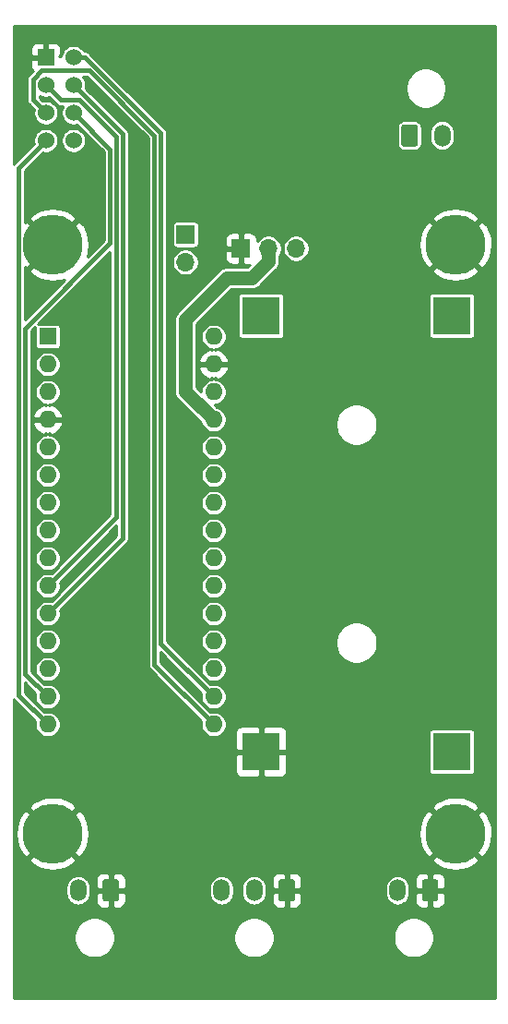
<source format=gbr>
G04 #@! TF.GenerationSoftware,KiCad,Pcbnew,(5.1.5)-3*
G04 #@! TF.CreationDate,2020-05-08T01:08:23-06:00*
G04 #@! TF.ProjectId,MASTER,4d415354-4552-42e6-9b69-6361645f7063,rev?*
G04 #@! TF.SameCoordinates,Original*
G04 #@! TF.FileFunction,Copper,L2,Bot*
G04 #@! TF.FilePolarity,Positive*
%FSLAX46Y46*%
G04 Gerber Fmt 4.6, Leading zero omitted, Abs format (unit mm)*
G04 Created by KiCad (PCBNEW (5.1.5)-3) date 2020-05-08 01:08:23*
%MOMM*%
%LPD*%
G04 APERTURE LIST*
%ADD10R,1.600000X1.600000*%
%ADD11O,1.600000X1.600000*%
%ADD12C,5.500000*%
%ADD13C,0.100000*%
%ADD14O,1.500000X2.020000*%
%ADD15R,1.524000X1.524000*%
%ADD16C,1.524000*%
%ADD17R,3.500000X3.500000*%
%ADD18R,1.700000X1.700000*%
%ADD19O,1.700000X1.700000*%
%ADD20C,0.800000*%
%ADD21C,0.381000*%
%ADD22C,1.270000*%
%ADD23C,0.254000*%
G04 APERTURE END LIST*
D10*
X63547333Y-88921001D03*
D11*
X78787333Y-121941001D03*
X63547333Y-91461001D03*
X78787333Y-119401001D03*
X63547333Y-94001001D03*
X78787333Y-116861001D03*
X63547333Y-96541001D03*
X78787333Y-114321001D03*
X63547333Y-99081001D03*
X78787333Y-111781001D03*
X63547333Y-101621001D03*
X78787333Y-109241001D03*
X63547333Y-104161001D03*
X78787333Y-106701001D03*
X63547333Y-106701001D03*
X78787333Y-104161001D03*
X63547333Y-109241001D03*
X78787333Y-101621001D03*
X63547333Y-111781001D03*
X78787333Y-99081001D03*
X63547333Y-114321001D03*
X78787333Y-96541001D03*
X63547333Y-116861001D03*
X78787333Y-94001001D03*
X63547333Y-119401001D03*
X78787333Y-91461001D03*
X63547333Y-121941001D03*
X78787333Y-88921001D03*
X63547333Y-124481001D03*
X78787333Y-124481001D03*
D12*
X64000000Y-134500000D03*
X64000000Y-80500000D03*
X101000000Y-80500000D03*
X101000000Y-134500000D03*
G04 #@! TA.AperFunction,ComponentPad*
D13*
G36*
X97298504Y-69476204D02*
G01*
X97322773Y-69479804D01*
X97346571Y-69485765D01*
X97369671Y-69494030D01*
X97391849Y-69504520D01*
X97412893Y-69517133D01*
X97432598Y-69531747D01*
X97450777Y-69548223D01*
X97467253Y-69566402D01*
X97481867Y-69586107D01*
X97494480Y-69607151D01*
X97504970Y-69629329D01*
X97513235Y-69652429D01*
X97519196Y-69676227D01*
X97522796Y-69700496D01*
X97524000Y-69725000D01*
X97524000Y-71245000D01*
X97522796Y-71269504D01*
X97519196Y-71293773D01*
X97513235Y-71317571D01*
X97504970Y-71340671D01*
X97494480Y-71362849D01*
X97481867Y-71383893D01*
X97467253Y-71403598D01*
X97450777Y-71421777D01*
X97432598Y-71438253D01*
X97412893Y-71452867D01*
X97391849Y-71465480D01*
X97369671Y-71475970D01*
X97346571Y-71484235D01*
X97322773Y-71490196D01*
X97298504Y-71493796D01*
X97274000Y-71495000D01*
X96274000Y-71495000D01*
X96249496Y-71493796D01*
X96225227Y-71490196D01*
X96201429Y-71484235D01*
X96178329Y-71475970D01*
X96156151Y-71465480D01*
X96135107Y-71452867D01*
X96115402Y-71438253D01*
X96097223Y-71421777D01*
X96080747Y-71403598D01*
X96066133Y-71383893D01*
X96053520Y-71362849D01*
X96043030Y-71340671D01*
X96034765Y-71317571D01*
X96028804Y-71293773D01*
X96025204Y-71269504D01*
X96024000Y-71245000D01*
X96024000Y-69725000D01*
X96025204Y-69700496D01*
X96028804Y-69676227D01*
X96034765Y-69652429D01*
X96043030Y-69629329D01*
X96053520Y-69607151D01*
X96066133Y-69586107D01*
X96080747Y-69566402D01*
X96097223Y-69548223D01*
X96115402Y-69531747D01*
X96135107Y-69517133D01*
X96156151Y-69504520D01*
X96178329Y-69494030D01*
X96201429Y-69485765D01*
X96225227Y-69479804D01*
X96249496Y-69476204D01*
X96274000Y-69475000D01*
X97274000Y-69475000D01*
X97298504Y-69476204D01*
G37*
G04 #@! TD.AperFunction*
D14*
X99774000Y-70485000D03*
G04 #@! TA.AperFunction,ComponentPad*
D13*
G36*
X86024504Y-138691204D02*
G01*
X86048773Y-138694804D01*
X86072571Y-138700765D01*
X86095671Y-138709030D01*
X86117849Y-138719520D01*
X86138893Y-138732133D01*
X86158598Y-138746747D01*
X86176777Y-138763223D01*
X86193253Y-138781402D01*
X86207867Y-138801107D01*
X86220480Y-138822151D01*
X86230970Y-138844329D01*
X86239235Y-138867429D01*
X86245196Y-138891227D01*
X86248796Y-138915496D01*
X86250000Y-138940000D01*
X86250000Y-140460000D01*
X86248796Y-140484504D01*
X86245196Y-140508773D01*
X86239235Y-140532571D01*
X86230970Y-140555671D01*
X86220480Y-140577849D01*
X86207867Y-140598893D01*
X86193253Y-140618598D01*
X86176777Y-140636777D01*
X86158598Y-140653253D01*
X86138893Y-140667867D01*
X86117849Y-140680480D01*
X86095671Y-140690970D01*
X86072571Y-140699235D01*
X86048773Y-140705196D01*
X86024504Y-140708796D01*
X86000000Y-140710000D01*
X85000000Y-140710000D01*
X84975496Y-140708796D01*
X84951227Y-140705196D01*
X84927429Y-140699235D01*
X84904329Y-140690970D01*
X84882151Y-140680480D01*
X84861107Y-140667867D01*
X84841402Y-140653253D01*
X84823223Y-140636777D01*
X84806747Y-140618598D01*
X84792133Y-140598893D01*
X84779520Y-140577849D01*
X84769030Y-140555671D01*
X84760765Y-140532571D01*
X84754804Y-140508773D01*
X84751204Y-140484504D01*
X84750000Y-140460000D01*
X84750000Y-138940000D01*
X84751204Y-138915496D01*
X84754804Y-138891227D01*
X84760765Y-138867429D01*
X84769030Y-138844329D01*
X84779520Y-138822151D01*
X84792133Y-138801107D01*
X84806747Y-138781402D01*
X84823223Y-138763223D01*
X84841402Y-138746747D01*
X84861107Y-138732133D01*
X84882151Y-138719520D01*
X84904329Y-138709030D01*
X84927429Y-138700765D01*
X84951227Y-138694804D01*
X84975496Y-138691204D01*
X85000000Y-138690000D01*
X86000000Y-138690000D01*
X86024504Y-138691204D01*
G37*
G04 #@! TD.AperFunction*
D14*
X82500000Y-139700000D03*
X79500000Y-139700000D03*
D15*
X63373000Y-63315000D03*
D16*
X65913000Y-63315000D03*
X63373000Y-65855000D03*
X65913000Y-65855000D03*
X63373000Y-68395000D03*
X65913000Y-68395000D03*
X63373000Y-70935000D03*
X65913000Y-70935000D03*
D17*
X83148666Y-86994001D03*
X100648666Y-126994001D03*
X100648666Y-86994001D03*
X83148666Y-126994001D03*
D18*
X76200000Y-79563000D03*
D19*
X76200000Y-82103000D03*
G04 #@! TA.AperFunction,ComponentPad*
D13*
G36*
X99184504Y-138691204D02*
G01*
X99208773Y-138694804D01*
X99232571Y-138700765D01*
X99255671Y-138709030D01*
X99277849Y-138719520D01*
X99298893Y-138732133D01*
X99318598Y-138746747D01*
X99336777Y-138763223D01*
X99353253Y-138781402D01*
X99367867Y-138801107D01*
X99380480Y-138822151D01*
X99390970Y-138844329D01*
X99399235Y-138867429D01*
X99405196Y-138891227D01*
X99408796Y-138915496D01*
X99410000Y-138940000D01*
X99410000Y-140460000D01*
X99408796Y-140484504D01*
X99405196Y-140508773D01*
X99399235Y-140532571D01*
X99390970Y-140555671D01*
X99380480Y-140577849D01*
X99367867Y-140598893D01*
X99353253Y-140618598D01*
X99336777Y-140636777D01*
X99318598Y-140653253D01*
X99298893Y-140667867D01*
X99277849Y-140680480D01*
X99255671Y-140690970D01*
X99232571Y-140699235D01*
X99208773Y-140705196D01*
X99184504Y-140708796D01*
X99160000Y-140710000D01*
X98160000Y-140710000D01*
X98135496Y-140708796D01*
X98111227Y-140705196D01*
X98087429Y-140699235D01*
X98064329Y-140690970D01*
X98042151Y-140680480D01*
X98021107Y-140667867D01*
X98001402Y-140653253D01*
X97983223Y-140636777D01*
X97966747Y-140618598D01*
X97952133Y-140598893D01*
X97939520Y-140577849D01*
X97929030Y-140555671D01*
X97920765Y-140532571D01*
X97914804Y-140508773D01*
X97911204Y-140484504D01*
X97910000Y-140460000D01*
X97910000Y-138940000D01*
X97911204Y-138915496D01*
X97914804Y-138891227D01*
X97920765Y-138867429D01*
X97929030Y-138844329D01*
X97939520Y-138822151D01*
X97952133Y-138801107D01*
X97966747Y-138781402D01*
X97983223Y-138763223D01*
X98001402Y-138746747D01*
X98021107Y-138732133D01*
X98042151Y-138719520D01*
X98064329Y-138709030D01*
X98087429Y-138700765D01*
X98111227Y-138694804D01*
X98135496Y-138691204D01*
X98160000Y-138690000D01*
X99160000Y-138690000D01*
X99184504Y-138691204D01*
G37*
G04 #@! TD.AperFunction*
D14*
X95660000Y-139700000D03*
G04 #@! TA.AperFunction,ComponentPad*
D13*
G36*
X69864504Y-138691204D02*
G01*
X69888773Y-138694804D01*
X69912571Y-138700765D01*
X69935671Y-138709030D01*
X69957849Y-138719520D01*
X69978893Y-138732133D01*
X69998598Y-138746747D01*
X70016777Y-138763223D01*
X70033253Y-138781402D01*
X70047867Y-138801107D01*
X70060480Y-138822151D01*
X70070970Y-138844329D01*
X70079235Y-138867429D01*
X70085196Y-138891227D01*
X70088796Y-138915496D01*
X70090000Y-138940000D01*
X70090000Y-140460000D01*
X70088796Y-140484504D01*
X70085196Y-140508773D01*
X70079235Y-140532571D01*
X70070970Y-140555671D01*
X70060480Y-140577849D01*
X70047867Y-140598893D01*
X70033253Y-140618598D01*
X70016777Y-140636777D01*
X69998598Y-140653253D01*
X69978893Y-140667867D01*
X69957849Y-140680480D01*
X69935671Y-140690970D01*
X69912571Y-140699235D01*
X69888773Y-140705196D01*
X69864504Y-140708796D01*
X69840000Y-140710000D01*
X68840000Y-140710000D01*
X68815496Y-140708796D01*
X68791227Y-140705196D01*
X68767429Y-140699235D01*
X68744329Y-140690970D01*
X68722151Y-140680480D01*
X68701107Y-140667867D01*
X68681402Y-140653253D01*
X68663223Y-140636777D01*
X68646747Y-140618598D01*
X68632133Y-140598893D01*
X68619520Y-140577849D01*
X68609030Y-140555671D01*
X68600765Y-140532571D01*
X68594804Y-140508773D01*
X68591204Y-140484504D01*
X68590000Y-140460000D01*
X68590000Y-138940000D01*
X68591204Y-138915496D01*
X68594804Y-138891227D01*
X68600765Y-138867429D01*
X68609030Y-138844329D01*
X68619520Y-138822151D01*
X68632133Y-138801107D01*
X68646747Y-138781402D01*
X68663223Y-138763223D01*
X68681402Y-138746747D01*
X68701107Y-138732133D01*
X68722151Y-138719520D01*
X68744329Y-138709030D01*
X68767429Y-138700765D01*
X68791227Y-138694804D01*
X68815496Y-138691204D01*
X68840000Y-138690000D01*
X69840000Y-138690000D01*
X69864504Y-138691204D01*
G37*
G04 #@! TD.AperFunction*
D14*
X66340000Y-139700000D03*
D18*
X81280000Y-80838000D03*
D19*
X83820000Y-80838000D03*
X86360000Y-80838000D03*
D20*
X78740000Y-69342000D03*
X68072000Y-91694000D03*
X82804000Y-136144000D03*
X94488000Y-90170000D03*
X91948000Y-125730000D03*
D21*
X73914000Y-117067668D02*
X78787333Y-121941001D01*
X73914000Y-70238370D02*
X73914000Y-117067668D01*
X65913000Y-63315000D02*
X66990630Y-63315000D01*
X66990630Y-63315000D02*
X73914000Y-70238370D01*
X63373000Y-65855000D02*
X64760499Y-67242499D01*
X69850000Y-105478334D02*
X63547333Y-111781001D01*
X69850000Y-70626298D02*
X69850000Y-105478334D01*
X66466201Y-67242499D02*
X69850000Y-70626298D01*
X64760499Y-67242499D02*
X66466201Y-67242499D01*
X65913000Y-65855000D02*
X65913000Y-65867626D01*
X65913000Y-65855000D02*
X70431010Y-70373010D01*
X70431010Y-107437324D02*
X63547333Y-114321001D01*
X70431010Y-70373010D02*
X70431010Y-107437324D01*
X61440509Y-88165491D02*
X61440509Y-119834177D01*
X69268990Y-80337010D02*
X61440509Y-88165491D01*
X61440509Y-119834177D02*
X63547333Y-121941001D01*
X65913000Y-68395000D02*
X69268990Y-71750990D01*
X69268990Y-71750990D02*
X69268990Y-80337010D01*
X62611001Y-71696999D02*
X63373000Y-70935000D01*
X60859499Y-73448501D02*
X62611001Y-71696999D01*
X60859499Y-121793167D02*
X60859499Y-73448501D01*
X63547333Y-124481001D02*
X60859499Y-121793167D01*
X73332990Y-119026658D02*
X78787333Y-124481001D01*
X73332990Y-70479032D02*
X73332990Y-119026658D01*
X62220499Y-67242499D02*
X62220499Y-65301799D01*
X63006298Y-64516000D02*
X67369958Y-64516000D01*
X63373000Y-68395000D02*
X62220499Y-67242499D01*
X67369958Y-64516000D02*
X73332990Y-70479032D01*
X62220499Y-65301799D02*
X63006298Y-64516000D01*
D22*
X78787333Y-96541001D02*
X76200000Y-93953668D01*
X76200000Y-93953668D02*
X76200000Y-87376000D01*
X83820000Y-82040081D02*
X82294081Y-83566000D01*
X83820000Y-80838000D02*
X83820000Y-82040081D01*
X80010000Y-83566000D02*
X76200000Y-87376000D01*
X82294081Y-83566000D02*
X80010000Y-83566000D01*
D23*
G36*
X104594000Y-149594000D02*
G01*
X60406000Y-149594000D01*
X60406000Y-143834738D01*
X65959000Y-143834738D01*
X65959000Y-144205262D01*
X66031286Y-144568667D01*
X66173080Y-144910987D01*
X66378932Y-145219067D01*
X66640933Y-145481068D01*
X66949013Y-145686920D01*
X67291333Y-145828714D01*
X67654738Y-145901000D01*
X68025262Y-145901000D01*
X68388667Y-145828714D01*
X68730987Y-145686920D01*
X69039067Y-145481068D01*
X69301068Y-145219067D01*
X69506920Y-144910987D01*
X69648714Y-144568667D01*
X69721000Y-144205262D01*
X69721000Y-143834738D01*
X80619000Y-143834738D01*
X80619000Y-144205262D01*
X80691286Y-144568667D01*
X80833080Y-144910987D01*
X81038932Y-145219067D01*
X81300933Y-145481068D01*
X81609013Y-145686920D01*
X81951333Y-145828714D01*
X82314738Y-145901000D01*
X82685262Y-145901000D01*
X83048667Y-145828714D01*
X83390987Y-145686920D01*
X83699067Y-145481068D01*
X83961068Y-145219067D01*
X84166920Y-144910987D01*
X84308714Y-144568667D01*
X84381000Y-144205262D01*
X84381000Y-143834738D01*
X95279000Y-143834738D01*
X95279000Y-144205262D01*
X95351286Y-144568667D01*
X95493080Y-144910987D01*
X95698932Y-145219067D01*
X95960933Y-145481068D01*
X96269013Y-145686920D01*
X96611333Y-145828714D01*
X96974738Y-145901000D01*
X97345262Y-145901000D01*
X97708667Y-145828714D01*
X98050987Y-145686920D01*
X98359067Y-145481068D01*
X98621068Y-145219067D01*
X98826920Y-144910987D01*
X98968714Y-144568667D01*
X99041000Y-144205262D01*
X99041000Y-143834738D01*
X98968714Y-143471333D01*
X98826920Y-143129013D01*
X98621068Y-142820933D01*
X98359067Y-142558932D01*
X98050987Y-142353080D01*
X97708667Y-142211286D01*
X97345262Y-142139000D01*
X96974738Y-142139000D01*
X96611333Y-142211286D01*
X96269013Y-142353080D01*
X95960933Y-142558932D01*
X95698932Y-142820933D01*
X95493080Y-143129013D01*
X95351286Y-143471333D01*
X95279000Y-143834738D01*
X84381000Y-143834738D01*
X84308714Y-143471333D01*
X84166920Y-143129013D01*
X83961068Y-142820933D01*
X83699067Y-142558932D01*
X83390987Y-142353080D01*
X83048667Y-142211286D01*
X82685262Y-142139000D01*
X82314738Y-142139000D01*
X81951333Y-142211286D01*
X81609013Y-142353080D01*
X81300933Y-142558932D01*
X81038932Y-142820933D01*
X80833080Y-143129013D01*
X80691286Y-143471333D01*
X80619000Y-143834738D01*
X69721000Y-143834738D01*
X69648714Y-143471333D01*
X69506920Y-143129013D01*
X69301068Y-142820933D01*
X69039067Y-142558932D01*
X68730987Y-142353080D01*
X68388667Y-142211286D01*
X68025262Y-142139000D01*
X67654738Y-142139000D01*
X67291333Y-142211286D01*
X66949013Y-142353080D01*
X66640933Y-142558932D01*
X66378932Y-142820933D01*
X66173080Y-143129013D01*
X66031286Y-143471333D01*
X65959000Y-143834738D01*
X60406000Y-143834738D01*
X60406000Y-139384442D01*
X65209000Y-139384442D01*
X65209000Y-140015557D01*
X65225365Y-140181714D01*
X65290037Y-140394908D01*
X65395058Y-140591390D01*
X65536393Y-140763607D01*
X65708610Y-140904942D01*
X65905091Y-141009963D01*
X66118285Y-141074635D01*
X66340000Y-141096472D01*
X66561714Y-141074635D01*
X66774908Y-141009963D01*
X66971390Y-140904942D01*
X67143607Y-140763607D01*
X67187601Y-140710000D01*
X67951928Y-140710000D01*
X67964188Y-140834482D01*
X68000498Y-140954180D01*
X68059463Y-141064494D01*
X68138815Y-141161185D01*
X68235506Y-141240537D01*
X68345820Y-141299502D01*
X68465518Y-141335812D01*
X68590000Y-141348072D01*
X69054250Y-141345000D01*
X69213000Y-141186250D01*
X69213000Y-139827000D01*
X69467000Y-139827000D01*
X69467000Y-141186250D01*
X69625750Y-141345000D01*
X70090000Y-141348072D01*
X70214482Y-141335812D01*
X70334180Y-141299502D01*
X70444494Y-141240537D01*
X70541185Y-141161185D01*
X70620537Y-141064494D01*
X70679502Y-140954180D01*
X70715812Y-140834482D01*
X70728072Y-140710000D01*
X70725000Y-139985750D01*
X70566250Y-139827000D01*
X69467000Y-139827000D01*
X69213000Y-139827000D01*
X68113750Y-139827000D01*
X67955000Y-139985750D01*
X67951928Y-140710000D01*
X67187601Y-140710000D01*
X67284942Y-140591390D01*
X67389963Y-140394909D01*
X67454635Y-140181715D01*
X67471000Y-140015558D01*
X67471000Y-139384443D01*
X67454635Y-139218286D01*
X67389963Y-139005092D01*
X67284942Y-138808610D01*
X67187602Y-138690000D01*
X67951928Y-138690000D01*
X67955000Y-139414250D01*
X68113750Y-139573000D01*
X69213000Y-139573000D01*
X69213000Y-138213750D01*
X69467000Y-138213750D01*
X69467000Y-139573000D01*
X70566250Y-139573000D01*
X70725000Y-139414250D01*
X70725126Y-139384442D01*
X78369000Y-139384442D01*
X78369000Y-140015557D01*
X78385365Y-140181714D01*
X78450037Y-140394908D01*
X78555058Y-140591390D01*
X78696393Y-140763607D01*
X78868610Y-140904942D01*
X79065091Y-141009963D01*
X79278285Y-141074635D01*
X79500000Y-141096472D01*
X79721714Y-141074635D01*
X79934908Y-141009963D01*
X80131390Y-140904942D01*
X80303607Y-140763607D01*
X80444942Y-140591390D01*
X80549963Y-140394909D01*
X80614635Y-140181715D01*
X80631000Y-140015558D01*
X80631000Y-139384443D01*
X80631000Y-139384442D01*
X81369000Y-139384442D01*
X81369000Y-140015557D01*
X81385365Y-140181714D01*
X81450037Y-140394908D01*
X81555058Y-140591390D01*
X81696393Y-140763607D01*
X81868610Y-140904942D01*
X82065091Y-141009963D01*
X82278285Y-141074635D01*
X82500000Y-141096472D01*
X82721714Y-141074635D01*
X82934908Y-141009963D01*
X83131390Y-140904942D01*
X83303607Y-140763607D01*
X83347601Y-140710000D01*
X84111928Y-140710000D01*
X84124188Y-140834482D01*
X84160498Y-140954180D01*
X84219463Y-141064494D01*
X84298815Y-141161185D01*
X84395506Y-141240537D01*
X84505820Y-141299502D01*
X84625518Y-141335812D01*
X84750000Y-141348072D01*
X85214250Y-141345000D01*
X85373000Y-141186250D01*
X85373000Y-139827000D01*
X85627000Y-139827000D01*
X85627000Y-141186250D01*
X85785750Y-141345000D01*
X86250000Y-141348072D01*
X86374482Y-141335812D01*
X86494180Y-141299502D01*
X86604494Y-141240537D01*
X86701185Y-141161185D01*
X86780537Y-141064494D01*
X86839502Y-140954180D01*
X86875812Y-140834482D01*
X86888072Y-140710000D01*
X86885000Y-139985750D01*
X86726250Y-139827000D01*
X85627000Y-139827000D01*
X85373000Y-139827000D01*
X84273750Y-139827000D01*
X84115000Y-139985750D01*
X84111928Y-140710000D01*
X83347601Y-140710000D01*
X83444942Y-140591390D01*
X83549963Y-140394909D01*
X83614635Y-140181715D01*
X83631000Y-140015558D01*
X83631000Y-139384443D01*
X83614635Y-139218286D01*
X83549963Y-139005092D01*
X83444942Y-138808610D01*
X83347602Y-138690000D01*
X84111928Y-138690000D01*
X84115000Y-139414250D01*
X84273750Y-139573000D01*
X85373000Y-139573000D01*
X85373000Y-138213750D01*
X85627000Y-138213750D01*
X85627000Y-139573000D01*
X86726250Y-139573000D01*
X86885000Y-139414250D01*
X86885126Y-139384442D01*
X94529000Y-139384442D01*
X94529000Y-140015557D01*
X94545365Y-140181714D01*
X94610037Y-140394908D01*
X94715058Y-140591390D01*
X94856393Y-140763607D01*
X95028610Y-140904942D01*
X95225091Y-141009963D01*
X95438285Y-141074635D01*
X95660000Y-141096472D01*
X95881714Y-141074635D01*
X96094908Y-141009963D01*
X96291390Y-140904942D01*
X96463607Y-140763607D01*
X96507601Y-140710000D01*
X97271928Y-140710000D01*
X97284188Y-140834482D01*
X97320498Y-140954180D01*
X97379463Y-141064494D01*
X97458815Y-141161185D01*
X97555506Y-141240537D01*
X97665820Y-141299502D01*
X97785518Y-141335812D01*
X97910000Y-141348072D01*
X98374250Y-141345000D01*
X98533000Y-141186250D01*
X98533000Y-139827000D01*
X98787000Y-139827000D01*
X98787000Y-141186250D01*
X98945750Y-141345000D01*
X99410000Y-141348072D01*
X99534482Y-141335812D01*
X99654180Y-141299502D01*
X99764494Y-141240537D01*
X99861185Y-141161185D01*
X99940537Y-141064494D01*
X99999502Y-140954180D01*
X100035812Y-140834482D01*
X100048072Y-140710000D01*
X100045000Y-139985750D01*
X99886250Y-139827000D01*
X98787000Y-139827000D01*
X98533000Y-139827000D01*
X97433750Y-139827000D01*
X97275000Y-139985750D01*
X97271928Y-140710000D01*
X96507601Y-140710000D01*
X96604942Y-140591390D01*
X96709963Y-140394909D01*
X96774635Y-140181715D01*
X96791000Y-140015558D01*
X96791000Y-139384443D01*
X96774635Y-139218286D01*
X96709963Y-139005092D01*
X96604942Y-138808610D01*
X96507602Y-138690000D01*
X97271928Y-138690000D01*
X97275000Y-139414250D01*
X97433750Y-139573000D01*
X98533000Y-139573000D01*
X98533000Y-138213750D01*
X98787000Y-138213750D01*
X98787000Y-139573000D01*
X99886250Y-139573000D01*
X100045000Y-139414250D01*
X100048072Y-138690000D01*
X100035812Y-138565518D01*
X99999502Y-138445820D01*
X99940537Y-138335506D01*
X99861185Y-138238815D01*
X99764494Y-138159463D01*
X99654180Y-138100498D01*
X99534482Y-138064188D01*
X99410000Y-138051928D01*
X98945750Y-138055000D01*
X98787000Y-138213750D01*
X98533000Y-138213750D01*
X98374250Y-138055000D01*
X97910000Y-138051928D01*
X97785518Y-138064188D01*
X97665820Y-138100498D01*
X97555506Y-138159463D01*
X97458815Y-138238815D01*
X97379463Y-138335506D01*
X97320498Y-138445820D01*
X97284188Y-138565518D01*
X97271928Y-138690000D01*
X96507602Y-138690000D01*
X96463607Y-138636393D01*
X96291390Y-138495058D01*
X96094909Y-138390037D01*
X95881715Y-138325365D01*
X95660000Y-138303528D01*
X95438286Y-138325365D01*
X95225092Y-138390037D01*
X95028611Y-138495058D01*
X94856394Y-138636393D01*
X94715059Y-138808610D01*
X94610037Y-139005091D01*
X94545365Y-139218285D01*
X94529000Y-139384442D01*
X86885126Y-139384442D01*
X86888072Y-138690000D01*
X86875812Y-138565518D01*
X86839502Y-138445820D01*
X86780537Y-138335506D01*
X86701185Y-138238815D01*
X86604494Y-138159463D01*
X86494180Y-138100498D01*
X86374482Y-138064188D01*
X86250000Y-138051928D01*
X85785750Y-138055000D01*
X85627000Y-138213750D01*
X85373000Y-138213750D01*
X85214250Y-138055000D01*
X84750000Y-138051928D01*
X84625518Y-138064188D01*
X84505820Y-138100498D01*
X84395506Y-138159463D01*
X84298815Y-138238815D01*
X84219463Y-138335506D01*
X84160498Y-138445820D01*
X84124188Y-138565518D01*
X84111928Y-138690000D01*
X83347602Y-138690000D01*
X83303607Y-138636393D01*
X83131390Y-138495058D01*
X82934909Y-138390037D01*
X82721715Y-138325365D01*
X82500000Y-138303528D01*
X82278286Y-138325365D01*
X82065092Y-138390037D01*
X81868611Y-138495058D01*
X81696394Y-138636393D01*
X81555059Y-138808610D01*
X81450037Y-139005091D01*
X81385365Y-139218285D01*
X81369000Y-139384442D01*
X80631000Y-139384442D01*
X80614635Y-139218286D01*
X80549963Y-139005092D01*
X80444942Y-138808610D01*
X80303607Y-138636393D01*
X80131390Y-138495058D01*
X79934909Y-138390037D01*
X79721715Y-138325365D01*
X79500000Y-138303528D01*
X79278286Y-138325365D01*
X79065092Y-138390037D01*
X78868611Y-138495058D01*
X78696394Y-138636393D01*
X78555059Y-138808610D01*
X78450037Y-139005091D01*
X78385365Y-139218285D01*
X78369000Y-139384442D01*
X70725126Y-139384442D01*
X70728072Y-138690000D01*
X70715812Y-138565518D01*
X70679502Y-138445820D01*
X70620537Y-138335506D01*
X70541185Y-138238815D01*
X70444494Y-138159463D01*
X70334180Y-138100498D01*
X70214482Y-138064188D01*
X70090000Y-138051928D01*
X69625750Y-138055000D01*
X69467000Y-138213750D01*
X69213000Y-138213750D01*
X69054250Y-138055000D01*
X68590000Y-138051928D01*
X68465518Y-138064188D01*
X68345820Y-138100498D01*
X68235506Y-138159463D01*
X68138815Y-138238815D01*
X68059463Y-138335506D01*
X68000498Y-138445820D01*
X67964188Y-138565518D01*
X67951928Y-138690000D01*
X67187602Y-138690000D01*
X67143607Y-138636393D01*
X66971390Y-138495058D01*
X66774909Y-138390037D01*
X66561715Y-138325365D01*
X66340000Y-138303528D01*
X66118286Y-138325365D01*
X65905092Y-138390037D01*
X65708611Y-138495058D01*
X65536394Y-138636393D01*
X65395059Y-138808610D01*
X65290037Y-139005091D01*
X65225365Y-139218285D01*
X65209000Y-139384442D01*
X60406000Y-139384442D01*
X60406000Y-136880928D01*
X61798677Y-136880928D01*
X62104859Y-137324503D01*
X62692306Y-137639954D01*
X63330008Y-137834740D01*
X63993457Y-137901372D01*
X64657158Y-137837292D01*
X65295605Y-137644962D01*
X65884262Y-137331772D01*
X65895141Y-137324503D01*
X66201323Y-136880928D01*
X98798677Y-136880928D01*
X99104859Y-137324503D01*
X99692306Y-137639954D01*
X100330008Y-137834740D01*
X100993457Y-137901372D01*
X101657158Y-137837292D01*
X102295605Y-137644962D01*
X102884262Y-137331772D01*
X102895141Y-137324503D01*
X103201323Y-136880928D01*
X101000000Y-134679605D01*
X98798677Y-136880928D01*
X66201323Y-136880928D01*
X64000000Y-134679605D01*
X61798677Y-136880928D01*
X60406000Y-136880928D01*
X60406000Y-134493457D01*
X60598628Y-134493457D01*
X60662708Y-135157158D01*
X60855038Y-135795605D01*
X61168228Y-136384262D01*
X61175497Y-136395141D01*
X61619072Y-136701323D01*
X63820395Y-134500000D01*
X64179605Y-134500000D01*
X66380928Y-136701323D01*
X66824503Y-136395141D01*
X67139954Y-135807694D01*
X67334740Y-135169992D01*
X67401372Y-134506543D01*
X67400109Y-134493457D01*
X97598628Y-134493457D01*
X97662708Y-135157158D01*
X97855038Y-135795605D01*
X98168228Y-136384262D01*
X98175497Y-136395141D01*
X98619072Y-136701323D01*
X100820395Y-134500000D01*
X101179605Y-134500000D01*
X103380928Y-136701323D01*
X103824503Y-136395141D01*
X104139954Y-135807694D01*
X104334740Y-135169992D01*
X104401372Y-134506543D01*
X104337292Y-133842842D01*
X104144962Y-133204395D01*
X103831772Y-132615738D01*
X103824503Y-132604859D01*
X103380928Y-132298677D01*
X101179605Y-134500000D01*
X100820395Y-134500000D01*
X98619072Y-132298677D01*
X98175497Y-132604859D01*
X97860046Y-133192306D01*
X97665260Y-133830008D01*
X97598628Y-134493457D01*
X67400109Y-134493457D01*
X67337292Y-133842842D01*
X67144962Y-133204395D01*
X66831772Y-132615738D01*
X66824503Y-132604859D01*
X66380928Y-132298677D01*
X64179605Y-134500000D01*
X63820395Y-134500000D01*
X61619072Y-132298677D01*
X61175497Y-132604859D01*
X60860046Y-133192306D01*
X60665260Y-133830008D01*
X60598628Y-134493457D01*
X60406000Y-134493457D01*
X60406000Y-132119072D01*
X61798677Y-132119072D01*
X64000000Y-134320395D01*
X66201323Y-132119072D01*
X98798677Y-132119072D01*
X101000000Y-134320395D01*
X103201323Y-132119072D01*
X102895141Y-131675497D01*
X102307694Y-131360046D01*
X101669992Y-131165260D01*
X101006543Y-131098628D01*
X100342842Y-131162708D01*
X99704395Y-131355038D01*
X99115738Y-131668228D01*
X99104859Y-131675497D01*
X98798677Y-132119072D01*
X66201323Y-132119072D01*
X65895141Y-131675497D01*
X65307694Y-131360046D01*
X64669992Y-131165260D01*
X64006543Y-131098628D01*
X63342842Y-131162708D01*
X62704395Y-131355038D01*
X62115738Y-131668228D01*
X62104859Y-131675497D01*
X61798677Y-132119072D01*
X60406000Y-132119072D01*
X60406000Y-128744001D01*
X80760594Y-128744001D01*
X80772854Y-128868483D01*
X80809164Y-128988181D01*
X80868129Y-129098495D01*
X80947481Y-129195186D01*
X81044172Y-129274538D01*
X81154486Y-129333503D01*
X81274184Y-129369813D01*
X81398666Y-129382073D01*
X82862916Y-129379001D01*
X83021666Y-129220251D01*
X83021666Y-127121001D01*
X83275666Y-127121001D01*
X83275666Y-129220251D01*
X83434416Y-129379001D01*
X84898666Y-129382073D01*
X85023148Y-129369813D01*
X85142846Y-129333503D01*
X85253160Y-129274538D01*
X85349851Y-129195186D01*
X85429203Y-129098495D01*
X85488168Y-128988181D01*
X85524478Y-128868483D01*
X85536738Y-128744001D01*
X85533666Y-127279751D01*
X85374916Y-127121001D01*
X83275666Y-127121001D01*
X83021666Y-127121001D01*
X80922416Y-127121001D01*
X80763666Y-127279751D01*
X80760594Y-128744001D01*
X60406000Y-128744001D01*
X60406000Y-122141437D01*
X60453432Y-122199234D01*
X60475247Y-122217137D01*
X62408883Y-124150774D01*
X62366333Y-124364683D01*
X62366333Y-124597319D01*
X62411719Y-124825486D01*
X62500745Y-125040414D01*
X62629991Y-125233844D01*
X62794490Y-125398343D01*
X62987920Y-125527589D01*
X63202848Y-125616615D01*
X63431015Y-125662001D01*
X63663651Y-125662001D01*
X63891818Y-125616615D01*
X64106746Y-125527589D01*
X64300176Y-125398343D01*
X64464675Y-125233844D01*
X64593921Y-125040414D01*
X64682947Y-124825486D01*
X64728333Y-124597319D01*
X64728333Y-124364683D01*
X64682947Y-124136516D01*
X64593921Y-123921588D01*
X64464675Y-123728158D01*
X64300176Y-123563659D01*
X64106746Y-123434413D01*
X63891818Y-123345387D01*
X63663651Y-123300001D01*
X63431015Y-123300001D01*
X63217106Y-123342551D01*
X61430999Y-121556445D01*
X61430999Y-120632889D01*
X62408883Y-121610774D01*
X62366333Y-121824683D01*
X62366333Y-122057319D01*
X62411719Y-122285486D01*
X62500745Y-122500414D01*
X62629991Y-122693844D01*
X62794490Y-122858343D01*
X62987920Y-122987589D01*
X63202848Y-123076615D01*
X63431015Y-123122001D01*
X63663651Y-123122001D01*
X63891818Y-123076615D01*
X64106746Y-122987589D01*
X64300176Y-122858343D01*
X64464675Y-122693844D01*
X64593921Y-122500414D01*
X64682947Y-122285486D01*
X64728333Y-122057319D01*
X64728333Y-121824683D01*
X64682947Y-121596516D01*
X64593921Y-121381588D01*
X64464675Y-121188158D01*
X64300176Y-121023659D01*
X64106746Y-120894413D01*
X63891818Y-120805387D01*
X63663651Y-120760001D01*
X63431015Y-120760001D01*
X63217106Y-120802551D01*
X62012009Y-119597455D01*
X62012009Y-119284683D01*
X62366333Y-119284683D01*
X62366333Y-119517319D01*
X62411719Y-119745486D01*
X62500745Y-119960414D01*
X62629991Y-120153844D01*
X62794490Y-120318343D01*
X62987920Y-120447589D01*
X63202848Y-120536615D01*
X63431015Y-120582001D01*
X63663651Y-120582001D01*
X63891818Y-120536615D01*
X64106746Y-120447589D01*
X64300176Y-120318343D01*
X64464675Y-120153844D01*
X64593921Y-119960414D01*
X64682947Y-119745486D01*
X64728333Y-119517319D01*
X64728333Y-119284683D01*
X64682947Y-119056516D01*
X64593921Y-118841588D01*
X64464675Y-118648158D01*
X64300176Y-118483659D01*
X64106746Y-118354413D01*
X63891818Y-118265387D01*
X63663651Y-118220001D01*
X63431015Y-118220001D01*
X63202848Y-118265387D01*
X62987920Y-118354413D01*
X62794490Y-118483659D01*
X62629991Y-118648158D01*
X62500745Y-118841588D01*
X62411719Y-119056516D01*
X62366333Y-119284683D01*
X62012009Y-119284683D01*
X62012009Y-116744683D01*
X62366333Y-116744683D01*
X62366333Y-116977319D01*
X62411719Y-117205486D01*
X62500745Y-117420414D01*
X62629991Y-117613844D01*
X62794490Y-117778343D01*
X62987920Y-117907589D01*
X63202848Y-117996615D01*
X63431015Y-118042001D01*
X63663651Y-118042001D01*
X63891818Y-117996615D01*
X64106746Y-117907589D01*
X64300176Y-117778343D01*
X64464675Y-117613844D01*
X64593921Y-117420414D01*
X64682947Y-117205486D01*
X64728333Y-116977319D01*
X64728333Y-116744683D01*
X64682947Y-116516516D01*
X64593921Y-116301588D01*
X64464675Y-116108158D01*
X64300176Y-115943659D01*
X64106746Y-115814413D01*
X63891818Y-115725387D01*
X63663651Y-115680001D01*
X63431015Y-115680001D01*
X63202848Y-115725387D01*
X62987920Y-115814413D01*
X62794490Y-115943659D01*
X62629991Y-116108158D01*
X62500745Y-116301588D01*
X62411719Y-116516516D01*
X62366333Y-116744683D01*
X62012009Y-116744683D01*
X62012009Y-109124683D01*
X62366333Y-109124683D01*
X62366333Y-109357319D01*
X62411719Y-109585486D01*
X62500745Y-109800414D01*
X62629991Y-109993844D01*
X62794490Y-110158343D01*
X62987920Y-110287589D01*
X63202848Y-110376615D01*
X63431015Y-110422001D01*
X63663651Y-110422001D01*
X63891818Y-110376615D01*
X64106746Y-110287589D01*
X64300176Y-110158343D01*
X64464675Y-109993844D01*
X64593921Y-109800414D01*
X64682947Y-109585486D01*
X64728333Y-109357319D01*
X64728333Y-109124683D01*
X64682947Y-108896516D01*
X64593921Y-108681588D01*
X64464675Y-108488158D01*
X64300176Y-108323659D01*
X64106746Y-108194413D01*
X63891818Y-108105387D01*
X63663651Y-108060001D01*
X63431015Y-108060001D01*
X63202848Y-108105387D01*
X62987920Y-108194413D01*
X62794490Y-108323659D01*
X62629991Y-108488158D01*
X62500745Y-108681588D01*
X62411719Y-108896516D01*
X62366333Y-109124683D01*
X62012009Y-109124683D01*
X62012009Y-106584683D01*
X62366333Y-106584683D01*
X62366333Y-106817319D01*
X62411719Y-107045486D01*
X62500745Y-107260414D01*
X62629991Y-107453844D01*
X62794490Y-107618343D01*
X62987920Y-107747589D01*
X63202848Y-107836615D01*
X63431015Y-107882001D01*
X63663651Y-107882001D01*
X63891818Y-107836615D01*
X64106746Y-107747589D01*
X64300176Y-107618343D01*
X64464675Y-107453844D01*
X64593921Y-107260414D01*
X64682947Y-107045486D01*
X64728333Y-106817319D01*
X64728333Y-106584683D01*
X64682947Y-106356516D01*
X64593921Y-106141588D01*
X64464675Y-105948158D01*
X64300176Y-105783659D01*
X64106746Y-105654413D01*
X63891818Y-105565387D01*
X63663651Y-105520001D01*
X63431015Y-105520001D01*
X63202848Y-105565387D01*
X62987920Y-105654413D01*
X62794490Y-105783659D01*
X62629991Y-105948158D01*
X62500745Y-106141588D01*
X62411719Y-106356516D01*
X62366333Y-106584683D01*
X62012009Y-106584683D01*
X62012009Y-104044683D01*
X62366333Y-104044683D01*
X62366333Y-104277319D01*
X62411719Y-104505486D01*
X62500745Y-104720414D01*
X62629991Y-104913844D01*
X62794490Y-105078343D01*
X62987920Y-105207589D01*
X63202848Y-105296615D01*
X63431015Y-105342001D01*
X63663651Y-105342001D01*
X63891818Y-105296615D01*
X64106746Y-105207589D01*
X64300176Y-105078343D01*
X64464675Y-104913844D01*
X64593921Y-104720414D01*
X64682947Y-104505486D01*
X64728333Y-104277319D01*
X64728333Y-104044683D01*
X64682947Y-103816516D01*
X64593921Y-103601588D01*
X64464675Y-103408158D01*
X64300176Y-103243659D01*
X64106746Y-103114413D01*
X63891818Y-103025387D01*
X63663651Y-102980001D01*
X63431015Y-102980001D01*
X63202848Y-103025387D01*
X62987920Y-103114413D01*
X62794490Y-103243659D01*
X62629991Y-103408158D01*
X62500745Y-103601588D01*
X62411719Y-103816516D01*
X62366333Y-104044683D01*
X62012009Y-104044683D01*
X62012009Y-101504683D01*
X62366333Y-101504683D01*
X62366333Y-101737319D01*
X62411719Y-101965486D01*
X62500745Y-102180414D01*
X62629991Y-102373844D01*
X62794490Y-102538343D01*
X62987920Y-102667589D01*
X63202848Y-102756615D01*
X63431015Y-102802001D01*
X63663651Y-102802001D01*
X63891818Y-102756615D01*
X64106746Y-102667589D01*
X64300176Y-102538343D01*
X64464675Y-102373844D01*
X64593921Y-102180414D01*
X64682947Y-101965486D01*
X64728333Y-101737319D01*
X64728333Y-101504683D01*
X64682947Y-101276516D01*
X64593921Y-101061588D01*
X64464675Y-100868158D01*
X64300176Y-100703659D01*
X64106746Y-100574413D01*
X63891818Y-100485387D01*
X63663651Y-100440001D01*
X63431015Y-100440001D01*
X63202848Y-100485387D01*
X62987920Y-100574413D01*
X62794490Y-100703659D01*
X62629991Y-100868158D01*
X62500745Y-101061588D01*
X62411719Y-101276516D01*
X62366333Y-101504683D01*
X62012009Y-101504683D01*
X62012009Y-96890040D01*
X62155429Y-96890040D01*
X62196087Y-97024088D01*
X62316296Y-97278421D01*
X62483814Y-97504415D01*
X62692202Y-97693386D01*
X62933452Y-97838071D01*
X63198293Y-97932910D01*
X63420331Y-97811626D01*
X63420331Y-97902126D01*
X63202848Y-97945387D01*
X62987920Y-98034413D01*
X62794490Y-98163659D01*
X62629991Y-98328158D01*
X62500745Y-98521588D01*
X62411719Y-98736516D01*
X62366333Y-98964683D01*
X62366333Y-99197319D01*
X62411719Y-99425486D01*
X62500745Y-99640414D01*
X62629991Y-99833844D01*
X62794490Y-99998343D01*
X62987920Y-100127589D01*
X63202848Y-100216615D01*
X63431015Y-100262001D01*
X63663651Y-100262001D01*
X63891818Y-100216615D01*
X64106746Y-100127589D01*
X64300176Y-99998343D01*
X64464675Y-99833844D01*
X64593921Y-99640414D01*
X64682947Y-99425486D01*
X64728333Y-99197319D01*
X64728333Y-98964683D01*
X64682947Y-98736516D01*
X64593921Y-98521588D01*
X64464675Y-98328158D01*
X64300176Y-98163659D01*
X64106746Y-98034413D01*
X63891818Y-97945387D01*
X63674335Y-97902126D01*
X63674335Y-97811626D01*
X63896373Y-97932910D01*
X64161214Y-97838071D01*
X64402464Y-97693386D01*
X64610852Y-97504415D01*
X64778370Y-97278421D01*
X64898579Y-97024088D01*
X64939237Y-96890040D01*
X64817248Y-96668001D01*
X63674333Y-96668001D01*
X63674333Y-96688001D01*
X63420333Y-96688001D01*
X63420333Y-96668001D01*
X62277418Y-96668001D01*
X62155429Y-96890040D01*
X62012009Y-96890040D01*
X62012009Y-96191962D01*
X62155429Y-96191962D01*
X62277418Y-96414001D01*
X63420333Y-96414001D01*
X63420333Y-96394001D01*
X63674333Y-96394001D01*
X63674333Y-96414001D01*
X64817248Y-96414001D01*
X64939237Y-96191962D01*
X64898579Y-96057914D01*
X64778370Y-95803581D01*
X64610852Y-95577587D01*
X64402464Y-95388616D01*
X64161214Y-95243931D01*
X63896373Y-95149092D01*
X63674335Y-95270376D01*
X63674335Y-95179876D01*
X63891818Y-95136615D01*
X64106746Y-95047589D01*
X64300176Y-94918343D01*
X64464675Y-94753844D01*
X64593921Y-94560414D01*
X64682947Y-94345486D01*
X64728333Y-94117319D01*
X64728333Y-93884683D01*
X64682947Y-93656516D01*
X64593921Y-93441588D01*
X64464675Y-93248158D01*
X64300176Y-93083659D01*
X64106746Y-92954413D01*
X63891818Y-92865387D01*
X63663651Y-92820001D01*
X63431015Y-92820001D01*
X63202848Y-92865387D01*
X62987920Y-92954413D01*
X62794490Y-93083659D01*
X62629991Y-93248158D01*
X62500745Y-93441588D01*
X62411719Y-93656516D01*
X62366333Y-93884683D01*
X62366333Y-94117319D01*
X62411719Y-94345486D01*
X62500745Y-94560414D01*
X62629991Y-94753844D01*
X62794490Y-94918343D01*
X62987920Y-95047589D01*
X63202848Y-95136615D01*
X63420331Y-95179876D01*
X63420331Y-95270376D01*
X63198293Y-95149092D01*
X62933452Y-95243931D01*
X62692202Y-95388616D01*
X62483814Y-95577587D01*
X62316296Y-95803581D01*
X62196087Y-96057914D01*
X62155429Y-96191962D01*
X62012009Y-96191962D01*
X62012009Y-91344683D01*
X62366333Y-91344683D01*
X62366333Y-91577319D01*
X62411719Y-91805486D01*
X62500745Y-92020414D01*
X62629991Y-92213844D01*
X62794490Y-92378343D01*
X62987920Y-92507589D01*
X63202848Y-92596615D01*
X63431015Y-92642001D01*
X63663651Y-92642001D01*
X63891818Y-92596615D01*
X64106746Y-92507589D01*
X64300176Y-92378343D01*
X64464675Y-92213844D01*
X64593921Y-92020414D01*
X64682947Y-91805486D01*
X64728333Y-91577319D01*
X64728333Y-91344683D01*
X64682947Y-91116516D01*
X64593921Y-90901588D01*
X64464675Y-90708158D01*
X64300176Y-90543659D01*
X64106746Y-90414413D01*
X63891818Y-90325387D01*
X63663651Y-90280001D01*
X63431015Y-90280001D01*
X63202848Y-90325387D01*
X62987920Y-90414413D01*
X62794490Y-90543659D01*
X62629991Y-90708158D01*
X62500745Y-90901588D01*
X62411719Y-91116516D01*
X62366333Y-91344683D01*
X62012009Y-91344683D01*
X62012009Y-88402213D01*
X62373560Y-88040662D01*
X62371846Y-88046312D01*
X62364490Y-88121001D01*
X62364490Y-89721001D01*
X62371846Y-89795690D01*
X62393632Y-89867509D01*
X62429011Y-89933697D01*
X62476622Y-89991712D01*
X62534637Y-90039323D01*
X62600825Y-90074702D01*
X62672644Y-90096488D01*
X62747333Y-90103844D01*
X64347333Y-90103844D01*
X64422022Y-90096488D01*
X64493841Y-90074702D01*
X64560029Y-90039323D01*
X64618044Y-89991712D01*
X64665655Y-89933697D01*
X64701034Y-89867509D01*
X64722820Y-89795690D01*
X64730176Y-89721001D01*
X64730176Y-88121001D01*
X64722820Y-88046312D01*
X64701034Y-87974493D01*
X64665655Y-87908305D01*
X64618044Y-87850290D01*
X64560029Y-87802679D01*
X64493841Y-87767300D01*
X64422022Y-87745514D01*
X64347333Y-87738158D01*
X62747333Y-87738158D01*
X62672644Y-87745514D01*
X62666994Y-87747228D01*
X69278500Y-81135723D01*
X69278501Y-105241610D01*
X63877561Y-110642551D01*
X63663651Y-110600001D01*
X63431015Y-110600001D01*
X63202848Y-110645387D01*
X62987920Y-110734413D01*
X62794490Y-110863659D01*
X62629991Y-111028158D01*
X62500745Y-111221588D01*
X62411719Y-111436516D01*
X62366333Y-111664683D01*
X62366333Y-111897319D01*
X62411719Y-112125486D01*
X62500745Y-112340414D01*
X62629991Y-112533844D01*
X62794490Y-112698343D01*
X62987920Y-112827589D01*
X63202848Y-112916615D01*
X63431015Y-112962001D01*
X63663651Y-112962001D01*
X63891818Y-112916615D01*
X64106746Y-112827589D01*
X64300176Y-112698343D01*
X64464675Y-112533844D01*
X64593921Y-112340414D01*
X64682947Y-112125486D01*
X64728333Y-111897319D01*
X64728333Y-111664683D01*
X64685783Y-111450773D01*
X69859511Y-106277046D01*
X69859511Y-107200600D01*
X63877561Y-113182551D01*
X63663651Y-113140001D01*
X63431015Y-113140001D01*
X63202848Y-113185387D01*
X62987920Y-113274413D01*
X62794490Y-113403659D01*
X62629991Y-113568158D01*
X62500745Y-113761588D01*
X62411719Y-113976516D01*
X62366333Y-114204683D01*
X62366333Y-114437319D01*
X62411719Y-114665486D01*
X62500745Y-114880414D01*
X62629991Y-115073844D01*
X62794490Y-115238343D01*
X62987920Y-115367589D01*
X63202848Y-115456615D01*
X63431015Y-115502001D01*
X63663651Y-115502001D01*
X63891818Y-115456615D01*
X64106746Y-115367589D01*
X64300176Y-115238343D01*
X64464675Y-115073844D01*
X64593921Y-114880414D01*
X64682947Y-114665486D01*
X64728333Y-114437319D01*
X64728333Y-114204683D01*
X64685783Y-113990773D01*
X70815267Y-107861290D01*
X70837077Y-107843391D01*
X70908494Y-107756369D01*
X70961562Y-107657086D01*
X70994241Y-107549358D01*
X71002510Y-107465398D01*
X71002510Y-107465397D01*
X71005275Y-107437325D01*
X71002510Y-107409253D01*
X71002510Y-70401083D01*
X71005275Y-70373009D01*
X70994241Y-70260976D01*
X70961562Y-70153248D01*
X70908494Y-70053965D01*
X70879477Y-70018608D01*
X70837077Y-69966943D01*
X70815268Y-69949045D01*
X67019134Y-66152912D01*
X67056000Y-65967576D01*
X67056000Y-65742424D01*
X67012075Y-65521599D01*
X66925913Y-65313587D01*
X66800826Y-65126380D01*
X66761946Y-65087500D01*
X67133236Y-65087500D01*
X72761490Y-70715756D01*
X72761491Y-118998574D01*
X72758725Y-119026658D01*
X72769759Y-119138691D01*
X72802438Y-119246419D01*
X72855506Y-119345702D01*
X72855507Y-119345703D01*
X72926924Y-119432725D01*
X72948734Y-119450624D01*
X77648883Y-124150774D01*
X77606333Y-124364683D01*
X77606333Y-124597319D01*
X77651719Y-124825486D01*
X77740745Y-125040414D01*
X77869991Y-125233844D01*
X78034490Y-125398343D01*
X78227920Y-125527589D01*
X78442848Y-125616615D01*
X78671015Y-125662001D01*
X78903651Y-125662001D01*
X79131818Y-125616615D01*
X79346746Y-125527589D01*
X79540176Y-125398343D01*
X79694518Y-125244001D01*
X80760594Y-125244001D01*
X80763666Y-126708251D01*
X80922416Y-126867001D01*
X83021666Y-126867001D01*
X83021666Y-124767751D01*
X83275666Y-124767751D01*
X83275666Y-126867001D01*
X85374916Y-126867001D01*
X85533666Y-126708251D01*
X85536738Y-125244001D01*
X98515823Y-125244001D01*
X98515823Y-128744001D01*
X98523179Y-128818690D01*
X98544965Y-128890509D01*
X98580344Y-128956697D01*
X98627955Y-129014712D01*
X98685970Y-129062323D01*
X98752158Y-129097702D01*
X98823977Y-129119488D01*
X98898666Y-129126844D01*
X102398666Y-129126844D01*
X102473355Y-129119488D01*
X102545174Y-129097702D01*
X102611362Y-129062323D01*
X102669377Y-129014712D01*
X102716988Y-128956697D01*
X102752367Y-128890509D01*
X102774153Y-128818690D01*
X102781509Y-128744001D01*
X102781509Y-125244001D01*
X102774153Y-125169312D01*
X102752367Y-125097493D01*
X102716988Y-125031305D01*
X102669377Y-124973290D01*
X102611362Y-124925679D01*
X102545174Y-124890300D01*
X102473355Y-124868514D01*
X102398666Y-124861158D01*
X98898666Y-124861158D01*
X98823977Y-124868514D01*
X98752158Y-124890300D01*
X98685970Y-124925679D01*
X98627955Y-124973290D01*
X98580344Y-125031305D01*
X98544965Y-125097493D01*
X98523179Y-125169312D01*
X98515823Y-125244001D01*
X85536738Y-125244001D01*
X85524478Y-125119519D01*
X85488168Y-124999821D01*
X85429203Y-124889507D01*
X85349851Y-124792816D01*
X85253160Y-124713464D01*
X85142846Y-124654499D01*
X85023148Y-124618189D01*
X84898666Y-124605929D01*
X83434416Y-124609001D01*
X83275666Y-124767751D01*
X83021666Y-124767751D01*
X82862916Y-124609001D01*
X81398666Y-124605929D01*
X81274184Y-124618189D01*
X81154486Y-124654499D01*
X81044172Y-124713464D01*
X80947481Y-124792816D01*
X80868129Y-124889507D01*
X80809164Y-124999821D01*
X80772854Y-125119519D01*
X80760594Y-125244001D01*
X79694518Y-125244001D01*
X79704675Y-125233844D01*
X79833921Y-125040414D01*
X79922947Y-124825486D01*
X79968333Y-124597319D01*
X79968333Y-124364683D01*
X79922947Y-124136516D01*
X79833921Y-123921588D01*
X79704675Y-123728158D01*
X79540176Y-123563659D01*
X79346746Y-123434413D01*
X79131818Y-123345387D01*
X78903651Y-123300001D01*
X78671015Y-123300001D01*
X78457106Y-123342551D01*
X73904490Y-118789936D01*
X73904490Y-117866380D01*
X77648883Y-121610774D01*
X77606333Y-121824683D01*
X77606333Y-122057319D01*
X77651719Y-122285486D01*
X77740745Y-122500414D01*
X77869991Y-122693844D01*
X78034490Y-122858343D01*
X78227920Y-122987589D01*
X78442848Y-123076615D01*
X78671015Y-123122001D01*
X78903651Y-123122001D01*
X79131818Y-123076615D01*
X79346746Y-122987589D01*
X79540176Y-122858343D01*
X79704675Y-122693844D01*
X79833921Y-122500414D01*
X79922947Y-122285486D01*
X79968333Y-122057319D01*
X79968333Y-121824683D01*
X79922947Y-121596516D01*
X79833921Y-121381588D01*
X79704675Y-121188158D01*
X79540176Y-121023659D01*
X79346746Y-120894413D01*
X79131818Y-120805387D01*
X78903651Y-120760001D01*
X78671015Y-120760001D01*
X78457106Y-120802551D01*
X76939238Y-119284683D01*
X77606333Y-119284683D01*
X77606333Y-119517319D01*
X77651719Y-119745486D01*
X77740745Y-119960414D01*
X77869991Y-120153844D01*
X78034490Y-120318343D01*
X78227920Y-120447589D01*
X78442848Y-120536615D01*
X78671015Y-120582001D01*
X78903651Y-120582001D01*
X79131818Y-120536615D01*
X79346746Y-120447589D01*
X79540176Y-120318343D01*
X79704675Y-120153844D01*
X79833921Y-119960414D01*
X79922947Y-119745486D01*
X79968333Y-119517319D01*
X79968333Y-119284683D01*
X79922947Y-119056516D01*
X79833921Y-118841588D01*
X79704675Y-118648158D01*
X79540176Y-118483659D01*
X79346746Y-118354413D01*
X79131818Y-118265387D01*
X78903651Y-118220001D01*
X78671015Y-118220001D01*
X78442848Y-118265387D01*
X78227920Y-118354413D01*
X78034490Y-118483659D01*
X77869991Y-118648158D01*
X77740745Y-118841588D01*
X77651719Y-119056516D01*
X77606333Y-119284683D01*
X76939238Y-119284683D01*
X74485500Y-116830946D01*
X74485500Y-116744683D01*
X77606333Y-116744683D01*
X77606333Y-116977319D01*
X77651719Y-117205486D01*
X77740745Y-117420414D01*
X77869991Y-117613844D01*
X78034490Y-117778343D01*
X78227920Y-117907589D01*
X78442848Y-117996615D01*
X78671015Y-118042001D01*
X78903651Y-118042001D01*
X79131818Y-117996615D01*
X79346746Y-117907589D01*
X79540176Y-117778343D01*
X79704675Y-117613844D01*
X79833921Y-117420414D01*
X79922947Y-117205486D01*
X79968333Y-116977319D01*
X79968333Y-116803814D01*
X89967666Y-116803814D01*
X89967666Y-117184188D01*
X90041874Y-117557253D01*
X90187436Y-117908672D01*
X90398761Y-118224942D01*
X90667725Y-118493906D01*
X90983995Y-118705231D01*
X91335414Y-118850793D01*
X91708479Y-118925001D01*
X92088853Y-118925001D01*
X92461918Y-118850793D01*
X92813337Y-118705231D01*
X93129607Y-118493906D01*
X93398571Y-118224942D01*
X93609896Y-117908672D01*
X93755458Y-117557253D01*
X93829666Y-117184188D01*
X93829666Y-116803814D01*
X93755458Y-116430749D01*
X93609896Y-116079330D01*
X93398571Y-115763060D01*
X93129607Y-115494096D01*
X92813337Y-115282771D01*
X92461918Y-115137209D01*
X92088853Y-115063001D01*
X91708479Y-115063001D01*
X91335414Y-115137209D01*
X90983995Y-115282771D01*
X90667725Y-115494096D01*
X90398761Y-115763060D01*
X90187436Y-116079330D01*
X90041874Y-116430749D01*
X89967666Y-116803814D01*
X79968333Y-116803814D01*
X79968333Y-116744683D01*
X79922947Y-116516516D01*
X79833921Y-116301588D01*
X79704675Y-116108158D01*
X79540176Y-115943659D01*
X79346746Y-115814413D01*
X79131818Y-115725387D01*
X78903651Y-115680001D01*
X78671015Y-115680001D01*
X78442848Y-115725387D01*
X78227920Y-115814413D01*
X78034490Y-115943659D01*
X77869991Y-116108158D01*
X77740745Y-116301588D01*
X77651719Y-116516516D01*
X77606333Y-116744683D01*
X74485500Y-116744683D01*
X74485500Y-114204683D01*
X77606333Y-114204683D01*
X77606333Y-114437319D01*
X77651719Y-114665486D01*
X77740745Y-114880414D01*
X77869991Y-115073844D01*
X78034490Y-115238343D01*
X78227920Y-115367589D01*
X78442848Y-115456615D01*
X78671015Y-115502001D01*
X78903651Y-115502001D01*
X79131818Y-115456615D01*
X79346746Y-115367589D01*
X79540176Y-115238343D01*
X79704675Y-115073844D01*
X79833921Y-114880414D01*
X79922947Y-114665486D01*
X79968333Y-114437319D01*
X79968333Y-114204683D01*
X79922947Y-113976516D01*
X79833921Y-113761588D01*
X79704675Y-113568158D01*
X79540176Y-113403659D01*
X79346746Y-113274413D01*
X79131818Y-113185387D01*
X78903651Y-113140001D01*
X78671015Y-113140001D01*
X78442848Y-113185387D01*
X78227920Y-113274413D01*
X78034490Y-113403659D01*
X77869991Y-113568158D01*
X77740745Y-113761588D01*
X77651719Y-113976516D01*
X77606333Y-114204683D01*
X74485500Y-114204683D01*
X74485500Y-111664683D01*
X77606333Y-111664683D01*
X77606333Y-111897319D01*
X77651719Y-112125486D01*
X77740745Y-112340414D01*
X77869991Y-112533844D01*
X78034490Y-112698343D01*
X78227920Y-112827589D01*
X78442848Y-112916615D01*
X78671015Y-112962001D01*
X78903651Y-112962001D01*
X79131818Y-112916615D01*
X79346746Y-112827589D01*
X79540176Y-112698343D01*
X79704675Y-112533844D01*
X79833921Y-112340414D01*
X79922947Y-112125486D01*
X79968333Y-111897319D01*
X79968333Y-111664683D01*
X79922947Y-111436516D01*
X79833921Y-111221588D01*
X79704675Y-111028158D01*
X79540176Y-110863659D01*
X79346746Y-110734413D01*
X79131818Y-110645387D01*
X78903651Y-110600001D01*
X78671015Y-110600001D01*
X78442848Y-110645387D01*
X78227920Y-110734413D01*
X78034490Y-110863659D01*
X77869991Y-111028158D01*
X77740745Y-111221588D01*
X77651719Y-111436516D01*
X77606333Y-111664683D01*
X74485500Y-111664683D01*
X74485500Y-109124683D01*
X77606333Y-109124683D01*
X77606333Y-109357319D01*
X77651719Y-109585486D01*
X77740745Y-109800414D01*
X77869991Y-109993844D01*
X78034490Y-110158343D01*
X78227920Y-110287589D01*
X78442848Y-110376615D01*
X78671015Y-110422001D01*
X78903651Y-110422001D01*
X79131818Y-110376615D01*
X79346746Y-110287589D01*
X79540176Y-110158343D01*
X79704675Y-109993844D01*
X79833921Y-109800414D01*
X79922947Y-109585486D01*
X79968333Y-109357319D01*
X79968333Y-109124683D01*
X79922947Y-108896516D01*
X79833921Y-108681588D01*
X79704675Y-108488158D01*
X79540176Y-108323659D01*
X79346746Y-108194413D01*
X79131818Y-108105387D01*
X78903651Y-108060001D01*
X78671015Y-108060001D01*
X78442848Y-108105387D01*
X78227920Y-108194413D01*
X78034490Y-108323659D01*
X77869991Y-108488158D01*
X77740745Y-108681588D01*
X77651719Y-108896516D01*
X77606333Y-109124683D01*
X74485500Y-109124683D01*
X74485500Y-106584683D01*
X77606333Y-106584683D01*
X77606333Y-106817319D01*
X77651719Y-107045486D01*
X77740745Y-107260414D01*
X77869991Y-107453844D01*
X78034490Y-107618343D01*
X78227920Y-107747589D01*
X78442848Y-107836615D01*
X78671015Y-107882001D01*
X78903651Y-107882001D01*
X79131818Y-107836615D01*
X79346746Y-107747589D01*
X79540176Y-107618343D01*
X79704675Y-107453844D01*
X79833921Y-107260414D01*
X79922947Y-107045486D01*
X79968333Y-106817319D01*
X79968333Y-106584683D01*
X79922947Y-106356516D01*
X79833921Y-106141588D01*
X79704675Y-105948158D01*
X79540176Y-105783659D01*
X79346746Y-105654413D01*
X79131818Y-105565387D01*
X78903651Y-105520001D01*
X78671015Y-105520001D01*
X78442848Y-105565387D01*
X78227920Y-105654413D01*
X78034490Y-105783659D01*
X77869991Y-105948158D01*
X77740745Y-106141588D01*
X77651719Y-106356516D01*
X77606333Y-106584683D01*
X74485500Y-106584683D01*
X74485500Y-104044683D01*
X77606333Y-104044683D01*
X77606333Y-104277319D01*
X77651719Y-104505486D01*
X77740745Y-104720414D01*
X77869991Y-104913844D01*
X78034490Y-105078343D01*
X78227920Y-105207589D01*
X78442848Y-105296615D01*
X78671015Y-105342001D01*
X78903651Y-105342001D01*
X79131818Y-105296615D01*
X79346746Y-105207589D01*
X79540176Y-105078343D01*
X79704675Y-104913844D01*
X79833921Y-104720414D01*
X79922947Y-104505486D01*
X79968333Y-104277319D01*
X79968333Y-104044683D01*
X79922947Y-103816516D01*
X79833921Y-103601588D01*
X79704675Y-103408158D01*
X79540176Y-103243659D01*
X79346746Y-103114413D01*
X79131818Y-103025387D01*
X78903651Y-102980001D01*
X78671015Y-102980001D01*
X78442848Y-103025387D01*
X78227920Y-103114413D01*
X78034490Y-103243659D01*
X77869991Y-103408158D01*
X77740745Y-103601588D01*
X77651719Y-103816516D01*
X77606333Y-104044683D01*
X74485500Y-104044683D01*
X74485500Y-101504683D01*
X77606333Y-101504683D01*
X77606333Y-101737319D01*
X77651719Y-101965486D01*
X77740745Y-102180414D01*
X77869991Y-102373844D01*
X78034490Y-102538343D01*
X78227920Y-102667589D01*
X78442848Y-102756615D01*
X78671015Y-102802001D01*
X78903651Y-102802001D01*
X79131818Y-102756615D01*
X79346746Y-102667589D01*
X79540176Y-102538343D01*
X79704675Y-102373844D01*
X79833921Y-102180414D01*
X79922947Y-101965486D01*
X79968333Y-101737319D01*
X79968333Y-101504683D01*
X79922947Y-101276516D01*
X79833921Y-101061588D01*
X79704675Y-100868158D01*
X79540176Y-100703659D01*
X79346746Y-100574413D01*
X79131818Y-100485387D01*
X78903651Y-100440001D01*
X78671015Y-100440001D01*
X78442848Y-100485387D01*
X78227920Y-100574413D01*
X78034490Y-100703659D01*
X77869991Y-100868158D01*
X77740745Y-101061588D01*
X77651719Y-101276516D01*
X77606333Y-101504683D01*
X74485500Y-101504683D01*
X74485500Y-98964683D01*
X77606333Y-98964683D01*
X77606333Y-99197319D01*
X77651719Y-99425486D01*
X77740745Y-99640414D01*
X77869991Y-99833844D01*
X78034490Y-99998343D01*
X78227920Y-100127589D01*
X78442848Y-100216615D01*
X78671015Y-100262001D01*
X78903651Y-100262001D01*
X79131818Y-100216615D01*
X79346746Y-100127589D01*
X79540176Y-99998343D01*
X79704675Y-99833844D01*
X79833921Y-99640414D01*
X79922947Y-99425486D01*
X79968333Y-99197319D01*
X79968333Y-98964683D01*
X79922947Y-98736516D01*
X79833921Y-98521588D01*
X79704675Y-98328158D01*
X79540176Y-98163659D01*
X79346746Y-98034413D01*
X79131818Y-97945387D01*
X78903651Y-97900001D01*
X78671015Y-97900001D01*
X78442848Y-97945387D01*
X78227920Y-98034413D01*
X78034490Y-98163659D01*
X77869991Y-98328158D01*
X77740745Y-98521588D01*
X77651719Y-98736516D01*
X77606333Y-98964683D01*
X74485500Y-98964683D01*
X74485500Y-87376000D01*
X75179085Y-87376000D01*
X75184001Y-87425912D01*
X75184000Y-93903766D01*
X75179085Y-93953668D01*
X75184000Y-94003569D01*
X75198702Y-94152838D01*
X75256798Y-94344354D01*
X75351140Y-94520858D01*
X75478104Y-94675564D01*
X75516872Y-94707380D01*
X77640978Y-96831486D01*
X77651719Y-96885486D01*
X77740745Y-97100414D01*
X77869991Y-97293844D01*
X78034490Y-97458343D01*
X78227920Y-97587589D01*
X78442848Y-97676615D01*
X78671015Y-97722001D01*
X78903651Y-97722001D01*
X79131818Y-97676615D01*
X79346746Y-97587589D01*
X79540176Y-97458343D01*
X79704675Y-97293844D01*
X79833921Y-97100414D01*
X79922947Y-96885486D01*
X79939192Y-96803814D01*
X89967666Y-96803814D01*
X89967666Y-97184188D01*
X90041874Y-97557253D01*
X90187436Y-97908672D01*
X90398761Y-98224942D01*
X90667725Y-98493906D01*
X90983995Y-98705231D01*
X91335414Y-98850793D01*
X91708479Y-98925001D01*
X92088853Y-98925001D01*
X92461918Y-98850793D01*
X92813337Y-98705231D01*
X93129607Y-98493906D01*
X93398571Y-98224942D01*
X93609896Y-97908672D01*
X93755458Y-97557253D01*
X93829666Y-97184188D01*
X93829666Y-96803814D01*
X93755458Y-96430749D01*
X93609896Y-96079330D01*
X93398571Y-95763060D01*
X93129607Y-95494096D01*
X92813337Y-95282771D01*
X92461918Y-95137209D01*
X92088853Y-95063001D01*
X91708479Y-95063001D01*
X91335414Y-95137209D01*
X90983995Y-95282771D01*
X90667725Y-95494096D01*
X90398761Y-95763060D01*
X90187436Y-96079330D01*
X90041874Y-96430749D01*
X89967666Y-96803814D01*
X79939192Y-96803814D01*
X79968333Y-96657319D01*
X79968333Y-96424683D01*
X79922947Y-96196516D01*
X79833921Y-95981588D01*
X79704675Y-95788158D01*
X79540176Y-95623659D01*
X79346746Y-95494413D01*
X79131818Y-95405387D01*
X79077818Y-95394646D01*
X78865174Y-95182001D01*
X78903651Y-95182001D01*
X79131818Y-95136615D01*
X79346746Y-95047589D01*
X79540176Y-94918343D01*
X79704675Y-94753844D01*
X79833921Y-94560414D01*
X79922947Y-94345486D01*
X79968333Y-94117319D01*
X79968333Y-93884683D01*
X79922947Y-93656516D01*
X79833921Y-93441588D01*
X79704675Y-93248158D01*
X79540176Y-93083659D01*
X79346746Y-92954413D01*
X79131818Y-92865387D01*
X78914335Y-92822126D01*
X78914335Y-92731626D01*
X79136373Y-92852910D01*
X79401214Y-92758071D01*
X79642464Y-92613386D01*
X79850852Y-92424415D01*
X80018370Y-92198421D01*
X80138579Y-91944088D01*
X80179237Y-91810040D01*
X80057248Y-91588001D01*
X78914333Y-91588001D01*
X78914333Y-91608001D01*
X78660333Y-91608001D01*
X78660333Y-91588001D01*
X77517418Y-91588001D01*
X77395429Y-91810040D01*
X77436087Y-91944088D01*
X77556296Y-92198421D01*
X77723814Y-92424415D01*
X77932202Y-92613386D01*
X78173452Y-92758071D01*
X78438293Y-92852910D01*
X78660331Y-92731626D01*
X78660331Y-92822126D01*
X78442848Y-92865387D01*
X78227920Y-92954413D01*
X78034490Y-93083659D01*
X77869991Y-93248158D01*
X77740745Y-93441588D01*
X77651719Y-93656516D01*
X77606333Y-93884683D01*
X77606333Y-93923161D01*
X77216000Y-93532828D01*
X77216000Y-91111962D01*
X77395429Y-91111962D01*
X77517418Y-91334001D01*
X78660333Y-91334001D01*
X78660333Y-91314001D01*
X78914333Y-91314001D01*
X78914333Y-91334001D01*
X80057248Y-91334001D01*
X80179237Y-91111962D01*
X80138579Y-90977914D01*
X80018370Y-90723581D01*
X79850852Y-90497587D01*
X79642464Y-90308616D01*
X79401214Y-90163931D01*
X79136373Y-90069092D01*
X78914335Y-90190376D01*
X78914335Y-90099876D01*
X79131818Y-90056615D01*
X79346746Y-89967589D01*
X79540176Y-89838343D01*
X79704675Y-89673844D01*
X79833921Y-89480414D01*
X79922947Y-89265486D01*
X79968333Y-89037319D01*
X79968333Y-88804683D01*
X79922947Y-88576516D01*
X79833921Y-88361588D01*
X79704675Y-88168158D01*
X79540176Y-88003659D01*
X79346746Y-87874413D01*
X79131818Y-87785387D01*
X78903651Y-87740001D01*
X78671015Y-87740001D01*
X78442848Y-87785387D01*
X78227920Y-87874413D01*
X78034490Y-88003659D01*
X77869991Y-88168158D01*
X77740745Y-88361588D01*
X77651719Y-88576516D01*
X77606333Y-88804683D01*
X77606333Y-89037319D01*
X77651719Y-89265486D01*
X77740745Y-89480414D01*
X77869991Y-89673844D01*
X78034490Y-89838343D01*
X78227920Y-89967589D01*
X78442848Y-90056615D01*
X78660331Y-90099876D01*
X78660331Y-90190376D01*
X78438293Y-90069092D01*
X78173452Y-90163931D01*
X77932202Y-90308616D01*
X77723814Y-90497587D01*
X77556296Y-90723581D01*
X77436087Y-90977914D01*
X77395429Y-91111962D01*
X77216000Y-91111962D01*
X77216000Y-87796840D01*
X79768839Y-85244001D01*
X81015823Y-85244001D01*
X81015823Y-88744001D01*
X81023179Y-88818690D01*
X81044965Y-88890509D01*
X81080344Y-88956697D01*
X81127955Y-89014712D01*
X81185970Y-89062323D01*
X81252158Y-89097702D01*
X81323977Y-89119488D01*
X81398666Y-89126844D01*
X84898666Y-89126844D01*
X84973355Y-89119488D01*
X85045174Y-89097702D01*
X85111362Y-89062323D01*
X85169377Y-89014712D01*
X85216988Y-88956697D01*
X85252367Y-88890509D01*
X85274153Y-88818690D01*
X85281509Y-88744001D01*
X85281509Y-85244001D01*
X98515823Y-85244001D01*
X98515823Y-88744001D01*
X98523179Y-88818690D01*
X98544965Y-88890509D01*
X98580344Y-88956697D01*
X98627955Y-89014712D01*
X98685970Y-89062323D01*
X98752158Y-89097702D01*
X98823977Y-89119488D01*
X98898666Y-89126844D01*
X102398666Y-89126844D01*
X102473355Y-89119488D01*
X102545174Y-89097702D01*
X102611362Y-89062323D01*
X102669377Y-89014712D01*
X102716988Y-88956697D01*
X102752367Y-88890509D01*
X102774153Y-88818690D01*
X102781509Y-88744001D01*
X102781509Y-85244001D01*
X102774153Y-85169312D01*
X102752367Y-85097493D01*
X102716988Y-85031305D01*
X102669377Y-84973290D01*
X102611362Y-84925679D01*
X102545174Y-84890300D01*
X102473355Y-84868514D01*
X102398666Y-84861158D01*
X98898666Y-84861158D01*
X98823977Y-84868514D01*
X98752158Y-84890300D01*
X98685970Y-84925679D01*
X98627955Y-84973290D01*
X98580344Y-85031305D01*
X98544965Y-85097493D01*
X98523179Y-85169312D01*
X98515823Y-85244001D01*
X85281509Y-85244001D01*
X85274153Y-85169312D01*
X85252367Y-85097493D01*
X85216988Y-85031305D01*
X85169377Y-84973290D01*
X85111362Y-84925679D01*
X85045174Y-84890300D01*
X84973355Y-84868514D01*
X84898666Y-84861158D01*
X81398666Y-84861158D01*
X81323977Y-84868514D01*
X81252158Y-84890300D01*
X81185970Y-84925679D01*
X81127955Y-84973290D01*
X81080344Y-85031305D01*
X81044965Y-85097493D01*
X81023179Y-85169312D01*
X81015823Y-85244001D01*
X79768839Y-85244001D01*
X80430841Y-84582000D01*
X82244179Y-84582000D01*
X82294081Y-84586915D01*
X82343983Y-84582000D01*
X82493252Y-84567298D01*
X82684768Y-84509202D01*
X82861271Y-84414860D01*
X83015977Y-84287896D01*
X83047793Y-84249128D01*
X84415993Y-82880928D01*
X98798677Y-82880928D01*
X99104859Y-83324503D01*
X99692306Y-83639954D01*
X100330008Y-83834740D01*
X100993457Y-83901372D01*
X101657158Y-83837292D01*
X102295605Y-83644962D01*
X102884262Y-83331772D01*
X102895141Y-83324503D01*
X103201323Y-82880928D01*
X101000000Y-80679605D01*
X98798677Y-82880928D01*
X84415993Y-82880928D01*
X84503133Y-82793789D01*
X84541896Y-82761977D01*
X84668860Y-82607271D01*
X84763202Y-82430768D01*
X84821298Y-82239252D01*
X84836000Y-82089983D01*
X84836000Y-82089976D01*
X84840914Y-82040082D01*
X84836000Y-81990188D01*
X84836000Y-81533190D01*
X84910898Y-81421097D01*
X85003693Y-81197069D01*
X85051000Y-80959243D01*
X85051000Y-80716757D01*
X85129000Y-80716757D01*
X85129000Y-80959243D01*
X85176307Y-81197069D01*
X85269102Y-81421097D01*
X85403820Y-81622717D01*
X85575283Y-81794180D01*
X85776903Y-81928898D01*
X86000931Y-82021693D01*
X86238757Y-82069000D01*
X86481243Y-82069000D01*
X86719069Y-82021693D01*
X86943097Y-81928898D01*
X87144717Y-81794180D01*
X87316180Y-81622717D01*
X87450898Y-81421097D01*
X87543693Y-81197069D01*
X87591000Y-80959243D01*
X87591000Y-80716757D01*
X87546583Y-80493457D01*
X97598628Y-80493457D01*
X97662708Y-81157158D01*
X97855038Y-81795605D01*
X98168228Y-82384262D01*
X98175497Y-82395141D01*
X98619072Y-82701323D01*
X100820395Y-80500000D01*
X101179605Y-80500000D01*
X103380928Y-82701323D01*
X103824503Y-82395141D01*
X104139954Y-81807694D01*
X104334740Y-81169992D01*
X104401372Y-80506543D01*
X104337292Y-79842842D01*
X104144962Y-79204395D01*
X103831772Y-78615738D01*
X103824503Y-78604859D01*
X103380928Y-78298677D01*
X101179605Y-80500000D01*
X100820395Y-80500000D01*
X98619072Y-78298677D01*
X98175497Y-78604859D01*
X97860046Y-79192306D01*
X97665260Y-79830008D01*
X97598628Y-80493457D01*
X87546583Y-80493457D01*
X87543693Y-80478931D01*
X87450898Y-80254903D01*
X87316180Y-80053283D01*
X87144717Y-79881820D01*
X86943097Y-79747102D01*
X86719069Y-79654307D01*
X86481243Y-79607000D01*
X86238757Y-79607000D01*
X86000931Y-79654307D01*
X85776903Y-79747102D01*
X85575283Y-79881820D01*
X85403820Y-80053283D01*
X85269102Y-80254903D01*
X85176307Y-80478931D01*
X85129000Y-80716757D01*
X85051000Y-80716757D01*
X85003693Y-80478931D01*
X84910898Y-80254903D01*
X84776180Y-80053283D01*
X84604717Y-79881820D01*
X84403097Y-79747102D01*
X84179069Y-79654307D01*
X83941243Y-79607000D01*
X83698757Y-79607000D01*
X83460931Y-79654307D01*
X83236903Y-79747102D01*
X83035283Y-79881820D01*
X82863820Y-80053283D01*
X82766927Y-80198294D01*
X82768072Y-79988000D01*
X82755812Y-79863518D01*
X82719502Y-79743820D01*
X82660537Y-79633506D01*
X82581185Y-79536815D01*
X82484494Y-79457463D01*
X82374180Y-79398498D01*
X82254482Y-79362188D01*
X82130000Y-79349928D01*
X81565750Y-79353000D01*
X81407000Y-79511750D01*
X81407000Y-80711000D01*
X81427000Y-80711000D01*
X81427000Y-80965000D01*
X81407000Y-80965000D01*
X81407000Y-82164250D01*
X81565750Y-82323000D01*
X82097346Y-82325894D01*
X81873241Y-82550000D01*
X80059902Y-82550000D01*
X80010000Y-82545085D01*
X79960098Y-82550000D01*
X79810829Y-82564702D01*
X79619313Y-82622798D01*
X79442810Y-82717140D01*
X79288104Y-82844104D01*
X79256293Y-82882866D01*
X75516868Y-86622292D01*
X75478105Y-86654104D01*
X75351141Y-86808810D01*
X75256799Y-86985313D01*
X75198702Y-87176830D01*
X75179085Y-87376000D01*
X74485500Y-87376000D01*
X74485500Y-81981757D01*
X74969000Y-81981757D01*
X74969000Y-82224243D01*
X75016307Y-82462069D01*
X75109102Y-82686097D01*
X75243820Y-82887717D01*
X75415283Y-83059180D01*
X75616903Y-83193898D01*
X75840931Y-83286693D01*
X76078757Y-83334000D01*
X76321243Y-83334000D01*
X76559069Y-83286693D01*
X76783097Y-83193898D01*
X76984717Y-83059180D01*
X77156180Y-82887717D01*
X77290898Y-82686097D01*
X77383693Y-82462069D01*
X77431000Y-82224243D01*
X77431000Y-81981757D01*
X77383693Y-81743931D01*
X77360526Y-81688000D01*
X79791928Y-81688000D01*
X79804188Y-81812482D01*
X79840498Y-81932180D01*
X79899463Y-82042494D01*
X79978815Y-82139185D01*
X80075506Y-82218537D01*
X80185820Y-82277502D01*
X80305518Y-82313812D01*
X80430000Y-82326072D01*
X80994250Y-82323000D01*
X81153000Y-82164250D01*
X81153000Y-80965000D01*
X79953750Y-80965000D01*
X79795000Y-81123750D01*
X79791928Y-81688000D01*
X77360526Y-81688000D01*
X77290898Y-81519903D01*
X77156180Y-81318283D01*
X76984717Y-81146820D01*
X76783097Y-81012102D01*
X76559069Y-80919307D01*
X76321243Y-80872000D01*
X76078757Y-80872000D01*
X75840931Y-80919307D01*
X75616903Y-81012102D01*
X75415283Y-81146820D01*
X75243820Y-81318283D01*
X75109102Y-81519903D01*
X75016307Y-81743931D01*
X74969000Y-81981757D01*
X74485500Y-81981757D01*
X74485500Y-78713000D01*
X74967157Y-78713000D01*
X74967157Y-80413000D01*
X74974513Y-80487689D01*
X74996299Y-80559508D01*
X75031678Y-80625696D01*
X75079289Y-80683711D01*
X75137304Y-80731322D01*
X75203492Y-80766701D01*
X75275311Y-80788487D01*
X75350000Y-80795843D01*
X77050000Y-80795843D01*
X77124689Y-80788487D01*
X77196508Y-80766701D01*
X77262696Y-80731322D01*
X77320711Y-80683711D01*
X77368322Y-80625696D01*
X77403701Y-80559508D01*
X77425487Y-80487689D01*
X77432843Y-80413000D01*
X77432843Y-79988000D01*
X79791928Y-79988000D01*
X79795000Y-80552250D01*
X79953750Y-80711000D01*
X81153000Y-80711000D01*
X81153000Y-79511750D01*
X80994250Y-79353000D01*
X80430000Y-79349928D01*
X80305518Y-79362188D01*
X80185820Y-79398498D01*
X80075506Y-79457463D01*
X79978815Y-79536815D01*
X79899463Y-79633506D01*
X79840498Y-79743820D01*
X79804188Y-79863518D01*
X79791928Y-79988000D01*
X77432843Y-79988000D01*
X77432843Y-78713000D01*
X77425487Y-78638311D01*
X77403701Y-78566492D01*
X77368322Y-78500304D01*
X77320711Y-78442289D01*
X77262696Y-78394678D01*
X77196508Y-78359299D01*
X77124689Y-78337513D01*
X77050000Y-78330157D01*
X75350000Y-78330157D01*
X75275311Y-78337513D01*
X75203492Y-78359299D01*
X75137304Y-78394678D01*
X75079289Y-78442289D01*
X75031678Y-78500304D01*
X74996299Y-78566492D01*
X74974513Y-78638311D01*
X74967157Y-78713000D01*
X74485500Y-78713000D01*
X74485500Y-78119072D01*
X98798677Y-78119072D01*
X101000000Y-80320395D01*
X103201323Y-78119072D01*
X102895141Y-77675497D01*
X102307694Y-77360046D01*
X101669992Y-77165260D01*
X101006543Y-77098628D01*
X100342842Y-77162708D01*
X99704395Y-77355038D01*
X99115738Y-77668228D01*
X99104859Y-77675497D01*
X98798677Y-78119072D01*
X74485500Y-78119072D01*
X74485500Y-70266444D01*
X74488265Y-70238370D01*
X74477231Y-70126336D01*
X74444552Y-70018608D01*
X74391484Y-69919325D01*
X74337963Y-69854109D01*
X74337961Y-69854107D01*
X74320067Y-69832303D01*
X74298264Y-69814410D01*
X74208854Y-69725000D01*
X95641157Y-69725000D01*
X95641157Y-71245000D01*
X95653317Y-71368462D01*
X95689329Y-71487179D01*
X95747810Y-71596589D01*
X95826512Y-71692488D01*
X95922411Y-71771190D01*
X96031821Y-71829671D01*
X96150538Y-71865683D01*
X96274000Y-71877843D01*
X97274000Y-71877843D01*
X97397462Y-71865683D01*
X97516179Y-71829671D01*
X97625589Y-71771190D01*
X97721488Y-71692488D01*
X97800190Y-71596589D01*
X97858671Y-71487179D01*
X97894683Y-71368462D01*
X97906843Y-71245000D01*
X97906843Y-70169443D01*
X98643000Y-70169443D01*
X98643000Y-70800558D01*
X98659365Y-70966715D01*
X98724037Y-71179909D01*
X98829059Y-71376390D01*
X98970394Y-71548607D01*
X99142611Y-71689942D01*
X99339092Y-71794963D01*
X99552286Y-71859635D01*
X99774000Y-71881472D01*
X99995715Y-71859635D01*
X100208909Y-71794963D01*
X100405390Y-71689942D01*
X100577607Y-71548607D01*
X100718942Y-71376390D01*
X100823963Y-71179908D01*
X100888635Y-70966714D01*
X100905000Y-70800557D01*
X100905000Y-70169442D01*
X100888635Y-70003285D01*
X100823963Y-69790091D01*
X100718942Y-69593610D01*
X100577607Y-69421393D01*
X100405390Y-69280058D01*
X100208908Y-69175037D01*
X99995714Y-69110365D01*
X99774000Y-69088528D01*
X99552285Y-69110365D01*
X99339091Y-69175037D01*
X99142610Y-69280058D01*
X98970393Y-69421393D01*
X98829058Y-69593610D01*
X98724037Y-69790092D01*
X98659365Y-70003286D01*
X98643000Y-70169443D01*
X97906843Y-70169443D01*
X97906843Y-69725000D01*
X97894683Y-69601538D01*
X97858671Y-69482821D01*
X97800190Y-69373411D01*
X97721488Y-69277512D01*
X97625589Y-69198810D01*
X97516179Y-69140329D01*
X97397462Y-69104317D01*
X97274000Y-69092157D01*
X96274000Y-69092157D01*
X96150538Y-69104317D01*
X96031821Y-69140329D01*
X95922411Y-69198810D01*
X95826512Y-69277512D01*
X95747810Y-69373411D01*
X95689329Y-69482821D01*
X95653317Y-69601538D01*
X95641157Y-69725000D01*
X74208854Y-69725000D01*
X70463591Y-65979738D01*
X96393000Y-65979738D01*
X96393000Y-66350262D01*
X96465286Y-66713667D01*
X96607080Y-67055987D01*
X96812932Y-67364067D01*
X97074933Y-67626068D01*
X97383013Y-67831920D01*
X97725333Y-67973714D01*
X98088738Y-68046000D01*
X98459262Y-68046000D01*
X98822667Y-67973714D01*
X99164987Y-67831920D01*
X99473067Y-67626068D01*
X99735068Y-67364067D01*
X99940920Y-67055987D01*
X100082714Y-66713667D01*
X100155000Y-66350262D01*
X100155000Y-65979738D01*
X100082714Y-65616333D01*
X99940920Y-65274013D01*
X99735068Y-64965933D01*
X99473067Y-64703932D01*
X99164987Y-64498080D01*
X98822667Y-64356286D01*
X98459262Y-64284000D01*
X98088738Y-64284000D01*
X97725333Y-64356286D01*
X97383013Y-64498080D01*
X97074933Y-64703932D01*
X96812932Y-64965933D01*
X96607080Y-65274013D01*
X96465286Y-65616333D01*
X96393000Y-65979738D01*
X70463591Y-65979738D01*
X67414600Y-62930748D01*
X67396697Y-62908933D01*
X67309675Y-62837516D01*
X67210392Y-62784448D01*
X67102664Y-62751769D01*
X67018704Y-62743500D01*
X66990630Y-62740735D01*
X66962556Y-62743500D01*
X66905810Y-62743500D01*
X66800826Y-62586380D01*
X66641620Y-62427174D01*
X66454413Y-62302087D01*
X66246401Y-62215925D01*
X66025576Y-62172000D01*
X65800424Y-62172000D01*
X65579599Y-62215925D01*
X65371587Y-62302087D01*
X65184380Y-62427174D01*
X65025174Y-62586380D01*
X64900087Y-62773587D01*
X64813925Y-62981599D01*
X64770000Y-63202424D01*
X64770000Y-63187998D01*
X64611252Y-63187998D01*
X64770000Y-63029250D01*
X64773072Y-62553000D01*
X64760812Y-62428518D01*
X64724502Y-62308820D01*
X64665537Y-62198506D01*
X64586185Y-62101815D01*
X64489494Y-62022463D01*
X64379180Y-61963498D01*
X64259482Y-61927188D01*
X64135000Y-61914928D01*
X63658750Y-61918000D01*
X63500000Y-62076750D01*
X63500000Y-63188000D01*
X63520000Y-63188000D01*
X63520000Y-63442000D01*
X63500000Y-63442000D01*
X63500000Y-63462000D01*
X63246000Y-63462000D01*
X63246000Y-63442000D01*
X62134750Y-63442000D01*
X61976000Y-63600750D01*
X61972928Y-64077000D01*
X61985188Y-64201482D01*
X62021498Y-64321180D01*
X62080463Y-64431494D01*
X62159815Y-64528185D01*
X62174137Y-64539939D01*
X61836243Y-64877833D01*
X61814433Y-64895732D01*
X61756840Y-64965909D01*
X61743015Y-64982755D01*
X61689947Y-65082038D01*
X61657268Y-65189766D01*
X61646234Y-65301799D01*
X61649000Y-65329883D01*
X61648999Y-67214424D01*
X61646234Y-67242499D01*
X61648999Y-67270572D01*
X61657268Y-67354532D01*
X61689947Y-67462260D01*
X61743015Y-67561543D01*
X61814432Y-67648566D01*
X61836247Y-67666469D01*
X62266866Y-68097088D01*
X62230000Y-68282424D01*
X62230000Y-68507576D01*
X62273925Y-68728401D01*
X62360087Y-68936413D01*
X62485174Y-69123620D01*
X62644380Y-69282826D01*
X62831587Y-69407913D01*
X63039599Y-69494075D01*
X63260424Y-69538000D01*
X63485576Y-69538000D01*
X63706401Y-69494075D01*
X63914413Y-69407913D01*
X64101620Y-69282826D01*
X64260826Y-69123620D01*
X64385913Y-68936413D01*
X64472075Y-68728401D01*
X64516000Y-68507576D01*
X64516000Y-68282424D01*
X64472075Y-68061599D01*
X64385913Y-67853587D01*
X64260826Y-67666380D01*
X64101620Y-67507174D01*
X63914413Y-67382087D01*
X63706401Y-67295925D01*
X63485576Y-67252000D01*
X63260424Y-67252000D01*
X63075088Y-67288866D01*
X62791999Y-67005777D01*
X62791999Y-66841461D01*
X62831587Y-66867913D01*
X63039599Y-66954075D01*
X63260424Y-66998000D01*
X63485576Y-66998000D01*
X63670912Y-66961134D01*
X64336533Y-67626756D01*
X64354432Y-67648566D01*
X64441454Y-67719983D01*
X64540737Y-67773051D01*
X64648465Y-67805730D01*
X64760499Y-67816764D01*
X64788573Y-67813999D01*
X64926539Y-67813999D01*
X64900087Y-67853587D01*
X64813925Y-68061599D01*
X64770000Y-68282424D01*
X64770000Y-68507576D01*
X64813925Y-68728401D01*
X64900087Y-68936413D01*
X65025174Y-69123620D01*
X65184380Y-69282826D01*
X65371587Y-69407913D01*
X65579599Y-69494075D01*
X65800424Y-69538000D01*
X66025576Y-69538000D01*
X66210912Y-69501134D01*
X68697490Y-71987713D01*
X68697491Y-80100286D01*
X67205864Y-81591913D01*
X67334740Y-81169992D01*
X67401372Y-80506543D01*
X67337292Y-79842842D01*
X67144962Y-79204395D01*
X66831772Y-78615738D01*
X66824503Y-78604859D01*
X66380928Y-78298677D01*
X64179605Y-80500000D01*
X64193748Y-80514143D01*
X64014143Y-80693748D01*
X64000000Y-80679605D01*
X61798677Y-82880928D01*
X62104859Y-83324503D01*
X62692306Y-83639954D01*
X63330008Y-83834740D01*
X63993457Y-83901372D01*
X64657158Y-83837292D01*
X65091256Y-83706521D01*
X61430999Y-87366779D01*
X61430999Y-82571504D01*
X61619072Y-82701323D01*
X63820395Y-80500000D01*
X61619072Y-78298677D01*
X61430999Y-78428496D01*
X61430999Y-78119072D01*
X61798677Y-78119072D01*
X64000000Y-80320395D01*
X66201323Y-78119072D01*
X65895141Y-77675497D01*
X65307694Y-77360046D01*
X64669992Y-77165260D01*
X64006543Y-77098628D01*
X63342842Y-77162708D01*
X62704395Y-77355038D01*
X62115738Y-77668228D01*
X62104859Y-77675497D01*
X61798677Y-78119072D01*
X61430999Y-78119072D01*
X61430999Y-73685223D01*
X63034963Y-72081260D01*
X63034967Y-72081255D01*
X63075088Y-72041134D01*
X63260424Y-72078000D01*
X63485576Y-72078000D01*
X63706401Y-72034075D01*
X63914413Y-71947913D01*
X64101620Y-71822826D01*
X64260826Y-71663620D01*
X64385913Y-71476413D01*
X64472075Y-71268401D01*
X64516000Y-71047576D01*
X64516000Y-70822424D01*
X64770000Y-70822424D01*
X64770000Y-71047576D01*
X64813925Y-71268401D01*
X64900087Y-71476413D01*
X65025174Y-71663620D01*
X65184380Y-71822826D01*
X65371587Y-71947913D01*
X65579599Y-72034075D01*
X65800424Y-72078000D01*
X66025576Y-72078000D01*
X66246401Y-72034075D01*
X66454413Y-71947913D01*
X66641620Y-71822826D01*
X66800826Y-71663620D01*
X66925913Y-71476413D01*
X67012075Y-71268401D01*
X67056000Y-71047576D01*
X67056000Y-70822424D01*
X67012075Y-70601599D01*
X66925913Y-70393587D01*
X66800826Y-70206380D01*
X66641620Y-70047174D01*
X66454413Y-69922087D01*
X66246401Y-69835925D01*
X66025576Y-69792000D01*
X65800424Y-69792000D01*
X65579599Y-69835925D01*
X65371587Y-69922087D01*
X65184380Y-70047174D01*
X65025174Y-70206380D01*
X64900087Y-70393587D01*
X64813925Y-70601599D01*
X64770000Y-70822424D01*
X64516000Y-70822424D01*
X64472075Y-70601599D01*
X64385913Y-70393587D01*
X64260826Y-70206380D01*
X64101620Y-70047174D01*
X63914413Y-69922087D01*
X63706401Y-69835925D01*
X63485576Y-69792000D01*
X63260424Y-69792000D01*
X63039599Y-69835925D01*
X62831587Y-69922087D01*
X62644380Y-70047174D01*
X62485174Y-70206380D01*
X62360087Y-70393587D01*
X62273925Y-70601599D01*
X62230000Y-70822424D01*
X62230000Y-71047576D01*
X62266866Y-71232912D01*
X62226745Y-71273033D01*
X62226740Y-71273037D01*
X60475243Y-73024535D01*
X60453433Y-73042434D01*
X60406000Y-73100231D01*
X60406000Y-62553000D01*
X61972928Y-62553000D01*
X61976000Y-63029250D01*
X62134750Y-63188000D01*
X63246000Y-63188000D01*
X63246000Y-62076750D01*
X63087250Y-61918000D01*
X62611000Y-61914928D01*
X62486518Y-61927188D01*
X62366820Y-61963498D01*
X62256506Y-62022463D01*
X62159815Y-62101815D01*
X62080463Y-62198506D01*
X62021498Y-62308820D01*
X61985188Y-62428518D01*
X61972928Y-62553000D01*
X60406000Y-62553000D01*
X60406000Y-60406000D01*
X104594001Y-60406000D01*
X104594000Y-149594000D01*
G37*
X104594000Y-149594000D02*
X60406000Y-149594000D01*
X60406000Y-143834738D01*
X65959000Y-143834738D01*
X65959000Y-144205262D01*
X66031286Y-144568667D01*
X66173080Y-144910987D01*
X66378932Y-145219067D01*
X66640933Y-145481068D01*
X66949013Y-145686920D01*
X67291333Y-145828714D01*
X67654738Y-145901000D01*
X68025262Y-145901000D01*
X68388667Y-145828714D01*
X68730987Y-145686920D01*
X69039067Y-145481068D01*
X69301068Y-145219067D01*
X69506920Y-144910987D01*
X69648714Y-144568667D01*
X69721000Y-144205262D01*
X69721000Y-143834738D01*
X80619000Y-143834738D01*
X80619000Y-144205262D01*
X80691286Y-144568667D01*
X80833080Y-144910987D01*
X81038932Y-145219067D01*
X81300933Y-145481068D01*
X81609013Y-145686920D01*
X81951333Y-145828714D01*
X82314738Y-145901000D01*
X82685262Y-145901000D01*
X83048667Y-145828714D01*
X83390987Y-145686920D01*
X83699067Y-145481068D01*
X83961068Y-145219067D01*
X84166920Y-144910987D01*
X84308714Y-144568667D01*
X84381000Y-144205262D01*
X84381000Y-143834738D01*
X95279000Y-143834738D01*
X95279000Y-144205262D01*
X95351286Y-144568667D01*
X95493080Y-144910987D01*
X95698932Y-145219067D01*
X95960933Y-145481068D01*
X96269013Y-145686920D01*
X96611333Y-145828714D01*
X96974738Y-145901000D01*
X97345262Y-145901000D01*
X97708667Y-145828714D01*
X98050987Y-145686920D01*
X98359067Y-145481068D01*
X98621068Y-145219067D01*
X98826920Y-144910987D01*
X98968714Y-144568667D01*
X99041000Y-144205262D01*
X99041000Y-143834738D01*
X98968714Y-143471333D01*
X98826920Y-143129013D01*
X98621068Y-142820933D01*
X98359067Y-142558932D01*
X98050987Y-142353080D01*
X97708667Y-142211286D01*
X97345262Y-142139000D01*
X96974738Y-142139000D01*
X96611333Y-142211286D01*
X96269013Y-142353080D01*
X95960933Y-142558932D01*
X95698932Y-142820933D01*
X95493080Y-143129013D01*
X95351286Y-143471333D01*
X95279000Y-143834738D01*
X84381000Y-143834738D01*
X84308714Y-143471333D01*
X84166920Y-143129013D01*
X83961068Y-142820933D01*
X83699067Y-142558932D01*
X83390987Y-142353080D01*
X83048667Y-142211286D01*
X82685262Y-142139000D01*
X82314738Y-142139000D01*
X81951333Y-142211286D01*
X81609013Y-142353080D01*
X81300933Y-142558932D01*
X81038932Y-142820933D01*
X80833080Y-143129013D01*
X80691286Y-143471333D01*
X80619000Y-143834738D01*
X69721000Y-143834738D01*
X69648714Y-143471333D01*
X69506920Y-143129013D01*
X69301068Y-142820933D01*
X69039067Y-142558932D01*
X68730987Y-142353080D01*
X68388667Y-142211286D01*
X68025262Y-142139000D01*
X67654738Y-142139000D01*
X67291333Y-142211286D01*
X66949013Y-142353080D01*
X66640933Y-142558932D01*
X66378932Y-142820933D01*
X66173080Y-143129013D01*
X66031286Y-143471333D01*
X65959000Y-143834738D01*
X60406000Y-143834738D01*
X60406000Y-139384442D01*
X65209000Y-139384442D01*
X65209000Y-140015557D01*
X65225365Y-140181714D01*
X65290037Y-140394908D01*
X65395058Y-140591390D01*
X65536393Y-140763607D01*
X65708610Y-140904942D01*
X65905091Y-141009963D01*
X66118285Y-141074635D01*
X66340000Y-141096472D01*
X66561714Y-141074635D01*
X66774908Y-141009963D01*
X66971390Y-140904942D01*
X67143607Y-140763607D01*
X67187601Y-140710000D01*
X67951928Y-140710000D01*
X67964188Y-140834482D01*
X68000498Y-140954180D01*
X68059463Y-141064494D01*
X68138815Y-141161185D01*
X68235506Y-141240537D01*
X68345820Y-141299502D01*
X68465518Y-141335812D01*
X68590000Y-141348072D01*
X69054250Y-141345000D01*
X69213000Y-141186250D01*
X69213000Y-139827000D01*
X69467000Y-139827000D01*
X69467000Y-141186250D01*
X69625750Y-141345000D01*
X70090000Y-141348072D01*
X70214482Y-141335812D01*
X70334180Y-141299502D01*
X70444494Y-141240537D01*
X70541185Y-141161185D01*
X70620537Y-141064494D01*
X70679502Y-140954180D01*
X70715812Y-140834482D01*
X70728072Y-140710000D01*
X70725000Y-139985750D01*
X70566250Y-139827000D01*
X69467000Y-139827000D01*
X69213000Y-139827000D01*
X68113750Y-139827000D01*
X67955000Y-139985750D01*
X67951928Y-140710000D01*
X67187601Y-140710000D01*
X67284942Y-140591390D01*
X67389963Y-140394909D01*
X67454635Y-140181715D01*
X67471000Y-140015558D01*
X67471000Y-139384443D01*
X67454635Y-139218286D01*
X67389963Y-139005092D01*
X67284942Y-138808610D01*
X67187602Y-138690000D01*
X67951928Y-138690000D01*
X67955000Y-139414250D01*
X68113750Y-139573000D01*
X69213000Y-139573000D01*
X69213000Y-138213750D01*
X69467000Y-138213750D01*
X69467000Y-139573000D01*
X70566250Y-139573000D01*
X70725000Y-139414250D01*
X70725126Y-139384442D01*
X78369000Y-139384442D01*
X78369000Y-140015557D01*
X78385365Y-140181714D01*
X78450037Y-140394908D01*
X78555058Y-140591390D01*
X78696393Y-140763607D01*
X78868610Y-140904942D01*
X79065091Y-141009963D01*
X79278285Y-141074635D01*
X79500000Y-141096472D01*
X79721714Y-141074635D01*
X79934908Y-141009963D01*
X80131390Y-140904942D01*
X80303607Y-140763607D01*
X80444942Y-140591390D01*
X80549963Y-140394909D01*
X80614635Y-140181715D01*
X80631000Y-140015558D01*
X80631000Y-139384443D01*
X80631000Y-139384442D01*
X81369000Y-139384442D01*
X81369000Y-140015557D01*
X81385365Y-140181714D01*
X81450037Y-140394908D01*
X81555058Y-140591390D01*
X81696393Y-140763607D01*
X81868610Y-140904942D01*
X82065091Y-141009963D01*
X82278285Y-141074635D01*
X82500000Y-141096472D01*
X82721714Y-141074635D01*
X82934908Y-141009963D01*
X83131390Y-140904942D01*
X83303607Y-140763607D01*
X83347601Y-140710000D01*
X84111928Y-140710000D01*
X84124188Y-140834482D01*
X84160498Y-140954180D01*
X84219463Y-141064494D01*
X84298815Y-141161185D01*
X84395506Y-141240537D01*
X84505820Y-141299502D01*
X84625518Y-141335812D01*
X84750000Y-141348072D01*
X85214250Y-141345000D01*
X85373000Y-141186250D01*
X85373000Y-139827000D01*
X85627000Y-139827000D01*
X85627000Y-141186250D01*
X85785750Y-141345000D01*
X86250000Y-141348072D01*
X86374482Y-141335812D01*
X86494180Y-141299502D01*
X86604494Y-141240537D01*
X86701185Y-141161185D01*
X86780537Y-141064494D01*
X86839502Y-140954180D01*
X86875812Y-140834482D01*
X86888072Y-140710000D01*
X86885000Y-139985750D01*
X86726250Y-139827000D01*
X85627000Y-139827000D01*
X85373000Y-139827000D01*
X84273750Y-139827000D01*
X84115000Y-139985750D01*
X84111928Y-140710000D01*
X83347601Y-140710000D01*
X83444942Y-140591390D01*
X83549963Y-140394909D01*
X83614635Y-140181715D01*
X83631000Y-140015558D01*
X83631000Y-139384443D01*
X83614635Y-139218286D01*
X83549963Y-139005092D01*
X83444942Y-138808610D01*
X83347602Y-138690000D01*
X84111928Y-138690000D01*
X84115000Y-139414250D01*
X84273750Y-139573000D01*
X85373000Y-139573000D01*
X85373000Y-138213750D01*
X85627000Y-138213750D01*
X85627000Y-139573000D01*
X86726250Y-139573000D01*
X86885000Y-139414250D01*
X86885126Y-139384442D01*
X94529000Y-139384442D01*
X94529000Y-140015557D01*
X94545365Y-140181714D01*
X94610037Y-140394908D01*
X94715058Y-140591390D01*
X94856393Y-140763607D01*
X95028610Y-140904942D01*
X95225091Y-141009963D01*
X95438285Y-141074635D01*
X95660000Y-141096472D01*
X95881714Y-141074635D01*
X96094908Y-141009963D01*
X96291390Y-140904942D01*
X96463607Y-140763607D01*
X96507601Y-140710000D01*
X97271928Y-140710000D01*
X97284188Y-140834482D01*
X97320498Y-140954180D01*
X97379463Y-141064494D01*
X97458815Y-141161185D01*
X97555506Y-141240537D01*
X97665820Y-141299502D01*
X97785518Y-141335812D01*
X97910000Y-141348072D01*
X98374250Y-141345000D01*
X98533000Y-141186250D01*
X98533000Y-139827000D01*
X98787000Y-139827000D01*
X98787000Y-141186250D01*
X98945750Y-141345000D01*
X99410000Y-141348072D01*
X99534482Y-141335812D01*
X99654180Y-141299502D01*
X99764494Y-141240537D01*
X99861185Y-141161185D01*
X99940537Y-141064494D01*
X99999502Y-140954180D01*
X100035812Y-140834482D01*
X100048072Y-140710000D01*
X100045000Y-139985750D01*
X99886250Y-139827000D01*
X98787000Y-139827000D01*
X98533000Y-139827000D01*
X97433750Y-139827000D01*
X97275000Y-139985750D01*
X97271928Y-140710000D01*
X96507601Y-140710000D01*
X96604942Y-140591390D01*
X96709963Y-140394909D01*
X96774635Y-140181715D01*
X96791000Y-140015558D01*
X96791000Y-139384443D01*
X96774635Y-139218286D01*
X96709963Y-139005092D01*
X96604942Y-138808610D01*
X96507602Y-138690000D01*
X97271928Y-138690000D01*
X97275000Y-139414250D01*
X97433750Y-139573000D01*
X98533000Y-139573000D01*
X98533000Y-138213750D01*
X98787000Y-138213750D01*
X98787000Y-139573000D01*
X99886250Y-139573000D01*
X100045000Y-139414250D01*
X100048072Y-138690000D01*
X100035812Y-138565518D01*
X99999502Y-138445820D01*
X99940537Y-138335506D01*
X99861185Y-138238815D01*
X99764494Y-138159463D01*
X99654180Y-138100498D01*
X99534482Y-138064188D01*
X99410000Y-138051928D01*
X98945750Y-138055000D01*
X98787000Y-138213750D01*
X98533000Y-138213750D01*
X98374250Y-138055000D01*
X97910000Y-138051928D01*
X97785518Y-138064188D01*
X97665820Y-138100498D01*
X97555506Y-138159463D01*
X97458815Y-138238815D01*
X97379463Y-138335506D01*
X97320498Y-138445820D01*
X97284188Y-138565518D01*
X97271928Y-138690000D01*
X96507602Y-138690000D01*
X96463607Y-138636393D01*
X96291390Y-138495058D01*
X96094909Y-138390037D01*
X95881715Y-138325365D01*
X95660000Y-138303528D01*
X95438286Y-138325365D01*
X95225092Y-138390037D01*
X95028611Y-138495058D01*
X94856394Y-138636393D01*
X94715059Y-138808610D01*
X94610037Y-139005091D01*
X94545365Y-139218285D01*
X94529000Y-139384442D01*
X86885126Y-139384442D01*
X86888072Y-138690000D01*
X86875812Y-138565518D01*
X86839502Y-138445820D01*
X86780537Y-138335506D01*
X86701185Y-138238815D01*
X86604494Y-138159463D01*
X86494180Y-138100498D01*
X86374482Y-138064188D01*
X86250000Y-138051928D01*
X85785750Y-138055000D01*
X85627000Y-138213750D01*
X85373000Y-138213750D01*
X85214250Y-138055000D01*
X84750000Y-138051928D01*
X84625518Y-138064188D01*
X84505820Y-138100498D01*
X84395506Y-138159463D01*
X84298815Y-138238815D01*
X84219463Y-138335506D01*
X84160498Y-138445820D01*
X84124188Y-138565518D01*
X84111928Y-138690000D01*
X83347602Y-138690000D01*
X83303607Y-138636393D01*
X83131390Y-138495058D01*
X82934909Y-138390037D01*
X82721715Y-138325365D01*
X82500000Y-138303528D01*
X82278286Y-138325365D01*
X82065092Y-138390037D01*
X81868611Y-138495058D01*
X81696394Y-138636393D01*
X81555059Y-138808610D01*
X81450037Y-139005091D01*
X81385365Y-139218285D01*
X81369000Y-139384442D01*
X80631000Y-139384442D01*
X80614635Y-139218286D01*
X80549963Y-139005092D01*
X80444942Y-138808610D01*
X80303607Y-138636393D01*
X80131390Y-138495058D01*
X79934909Y-138390037D01*
X79721715Y-138325365D01*
X79500000Y-138303528D01*
X79278286Y-138325365D01*
X79065092Y-138390037D01*
X78868611Y-138495058D01*
X78696394Y-138636393D01*
X78555059Y-138808610D01*
X78450037Y-139005091D01*
X78385365Y-139218285D01*
X78369000Y-139384442D01*
X70725126Y-139384442D01*
X70728072Y-138690000D01*
X70715812Y-138565518D01*
X70679502Y-138445820D01*
X70620537Y-138335506D01*
X70541185Y-138238815D01*
X70444494Y-138159463D01*
X70334180Y-138100498D01*
X70214482Y-138064188D01*
X70090000Y-138051928D01*
X69625750Y-138055000D01*
X69467000Y-138213750D01*
X69213000Y-138213750D01*
X69054250Y-138055000D01*
X68590000Y-138051928D01*
X68465518Y-138064188D01*
X68345820Y-138100498D01*
X68235506Y-138159463D01*
X68138815Y-138238815D01*
X68059463Y-138335506D01*
X68000498Y-138445820D01*
X67964188Y-138565518D01*
X67951928Y-138690000D01*
X67187602Y-138690000D01*
X67143607Y-138636393D01*
X66971390Y-138495058D01*
X66774909Y-138390037D01*
X66561715Y-138325365D01*
X66340000Y-138303528D01*
X66118286Y-138325365D01*
X65905092Y-138390037D01*
X65708611Y-138495058D01*
X65536394Y-138636393D01*
X65395059Y-138808610D01*
X65290037Y-139005091D01*
X65225365Y-139218285D01*
X65209000Y-139384442D01*
X60406000Y-139384442D01*
X60406000Y-136880928D01*
X61798677Y-136880928D01*
X62104859Y-137324503D01*
X62692306Y-137639954D01*
X63330008Y-137834740D01*
X63993457Y-137901372D01*
X64657158Y-137837292D01*
X65295605Y-137644962D01*
X65884262Y-137331772D01*
X65895141Y-137324503D01*
X66201323Y-136880928D01*
X98798677Y-136880928D01*
X99104859Y-137324503D01*
X99692306Y-137639954D01*
X100330008Y-137834740D01*
X100993457Y-137901372D01*
X101657158Y-137837292D01*
X102295605Y-137644962D01*
X102884262Y-137331772D01*
X102895141Y-137324503D01*
X103201323Y-136880928D01*
X101000000Y-134679605D01*
X98798677Y-136880928D01*
X66201323Y-136880928D01*
X64000000Y-134679605D01*
X61798677Y-136880928D01*
X60406000Y-136880928D01*
X60406000Y-134493457D01*
X60598628Y-134493457D01*
X60662708Y-135157158D01*
X60855038Y-135795605D01*
X61168228Y-136384262D01*
X61175497Y-136395141D01*
X61619072Y-136701323D01*
X63820395Y-134500000D01*
X64179605Y-134500000D01*
X66380928Y-136701323D01*
X66824503Y-136395141D01*
X67139954Y-135807694D01*
X67334740Y-135169992D01*
X67401372Y-134506543D01*
X67400109Y-134493457D01*
X97598628Y-134493457D01*
X97662708Y-135157158D01*
X97855038Y-135795605D01*
X98168228Y-136384262D01*
X98175497Y-136395141D01*
X98619072Y-136701323D01*
X100820395Y-134500000D01*
X101179605Y-134500000D01*
X103380928Y-136701323D01*
X103824503Y-136395141D01*
X104139954Y-135807694D01*
X104334740Y-135169992D01*
X104401372Y-134506543D01*
X104337292Y-133842842D01*
X104144962Y-133204395D01*
X103831772Y-132615738D01*
X103824503Y-132604859D01*
X103380928Y-132298677D01*
X101179605Y-134500000D01*
X100820395Y-134500000D01*
X98619072Y-132298677D01*
X98175497Y-132604859D01*
X97860046Y-133192306D01*
X97665260Y-133830008D01*
X97598628Y-134493457D01*
X67400109Y-134493457D01*
X67337292Y-133842842D01*
X67144962Y-133204395D01*
X66831772Y-132615738D01*
X66824503Y-132604859D01*
X66380928Y-132298677D01*
X64179605Y-134500000D01*
X63820395Y-134500000D01*
X61619072Y-132298677D01*
X61175497Y-132604859D01*
X60860046Y-133192306D01*
X60665260Y-133830008D01*
X60598628Y-134493457D01*
X60406000Y-134493457D01*
X60406000Y-132119072D01*
X61798677Y-132119072D01*
X64000000Y-134320395D01*
X66201323Y-132119072D01*
X98798677Y-132119072D01*
X101000000Y-134320395D01*
X103201323Y-132119072D01*
X102895141Y-131675497D01*
X102307694Y-131360046D01*
X101669992Y-131165260D01*
X101006543Y-131098628D01*
X100342842Y-131162708D01*
X99704395Y-131355038D01*
X99115738Y-131668228D01*
X99104859Y-131675497D01*
X98798677Y-132119072D01*
X66201323Y-132119072D01*
X65895141Y-131675497D01*
X65307694Y-131360046D01*
X64669992Y-131165260D01*
X64006543Y-131098628D01*
X63342842Y-131162708D01*
X62704395Y-131355038D01*
X62115738Y-131668228D01*
X62104859Y-131675497D01*
X61798677Y-132119072D01*
X60406000Y-132119072D01*
X60406000Y-128744001D01*
X80760594Y-128744001D01*
X80772854Y-128868483D01*
X80809164Y-128988181D01*
X80868129Y-129098495D01*
X80947481Y-129195186D01*
X81044172Y-129274538D01*
X81154486Y-129333503D01*
X81274184Y-129369813D01*
X81398666Y-129382073D01*
X82862916Y-129379001D01*
X83021666Y-129220251D01*
X83021666Y-127121001D01*
X83275666Y-127121001D01*
X83275666Y-129220251D01*
X83434416Y-129379001D01*
X84898666Y-129382073D01*
X85023148Y-129369813D01*
X85142846Y-129333503D01*
X85253160Y-129274538D01*
X85349851Y-129195186D01*
X85429203Y-129098495D01*
X85488168Y-128988181D01*
X85524478Y-128868483D01*
X85536738Y-128744001D01*
X85533666Y-127279751D01*
X85374916Y-127121001D01*
X83275666Y-127121001D01*
X83021666Y-127121001D01*
X80922416Y-127121001D01*
X80763666Y-127279751D01*
X80760594Y-128744001D01*
X60406000Y-128744001D01*
X60406000Y-122141437D01*
X60453432Y-122199234D01*
X60475247Y-122217137D01*
X62408883Y-124150774D01*
X62366333Y-124364683D01*
X62366333Y-124597319D01*
X62411719Y-124825486D01*
X62500745Y-125040414D01*
X62629991Y-125233844D01*
X62794490Y-125398343D01*
X62987920Y-125527589D01*
X63202848Y-125616615D01*
X63431015Y-125662001D01*
X63663651Y-125662001D01*
X63891818Y-125616615D01*
X64106746Y-125527589D01*
X64300176Y-125398343D01*
X64464675Y-125233844D01*
X64593921Y-125040414D01*
X64682947Y-124825486D01*
X64728333Y-124597319D01*
X64728333Y-124364683D01*
X64682947Y-124136516D01*
X64593921Y-123921588D01*
X64464675Y-123728158D01*
X64300176Y-123563659D01*
X64106746Y-123434413D01*
X63891818Y-123345387D01*
X63663651Y-123300001D01*
X63431015Y-123300001D01*
X63217106Y-123342551D01*
X61430999Y-121556445D01*
X61430999Y-120632889D01*
X62408883Y-121610774D01*
X62366333Y-121824683D01*
X62366333Y-122057319D01*
X62411719Y-122285486D01*
X62500745Y-122500414D01*
X62629991Y-122693844D01*
X62794490Y-122858343D01*
X62987920Y-122987589D01*
X63202848Y-123076615D01*
X63431015Y-123122001D01*
X63663651Y-123122001D01*
X63891818Y-123076615D01*
X64106746Y-122987589D01*
X64300176Y-122858343D01*
X64464675Y-122693844D01*
X64593921Y-122500414D01*
X64682947Y-122285486D01*
X64728333Y-122057319D01*
X64728333Y-121824683D01*
X64682947Y-121596516D01*
X64593921Y-121381588D01*
X64464675Y-121188158D01*
X64300176Y-121023659D01*
X64106746Y-120894413D01*
X63891818Y-120805387D01*
X63663651Y-120760001D01*
X63431015Y-120760001D01*
X63217106Y-120802551D01*
X62012009Y-119597455D01*
X62012009Y-119284683D01*
X62366333Y-119284683D01*
X62366333Y-119517319D01*
X62411719Y-119745486D01*
X62500745Y-119960414D01*
X62629991Y-120153844D01*
X62794490Y-120318343D01*
X62987920Y-120447589D01*
X63202848Y-120536615D01*
X63431015Y-120582001D01*
X63663651Y-120582001D01*
X63891818Y-120536615D01*
X64106746Y-120447589D01*
X64300176Y-120318343D01*
X64464675Y-120153844D01*
X64593921Y-119960414D01*
X64682947Y-119745486D01*
X64728333Y-119517319D01*
X64728333Y-119284683D01*
X64682947Y-119056516D01*
X64593921Y-118841588D01*
X64464675Y-118648158D01*
X64300176Y-118483659D01*
X64106746Y-118354413D01*
X63891818Y-118265387D01*
X63663651Y-118220001D01*
X63431015Y-118220001D01*
X63202848Y-118265387D01*
X62987920Y-118354413D01*
X62794490Y-118483659D01*
X62629991Y-118648158D01*
X62500745Y-118841588D01*
X62411719Y-119056516D01*
X62366333Y-119284683D01*
X62012009Y-119284683D01*
X62012009Y-116744683D01*
X62366333Y-116744683D01*
X62366333Y-116977319D01*
X62411719Y-117205486D01*
X62500745Y-117420414D01*
X62629991Y-117613844D01*
X62794490Y-117778343D01*
X62987920Y-117907589D01*
X63202848Y-117996615D01*
X63431015Y-118042001D01*
X63663651Y-118042001D01*
X63891818Y-117996615D01*
X64106746Y-117907589D01*
X64300176Y-117778343D01*
X64464675Y-117613844D01*
X64593921Y-117420414D01*
X64682947Y-117205486D01*
X64728333Y-116977319D01*
X64728333Y-116744683D01*
X64682947Y-116516516D01*
X64593921Y-116301588D01*
X64464675Y-116108158D01*
X64300176Y-115943659D01*
X64106746Y-115814413D01*
X63891818Y-115725387D01*
X63663651Y-115680001D01*
X63431015Y-115680001D01*
X63202848Y-115725387D01*
X62987920Y-115814413D01*
X62794490Y-115943659D01*
X62629991Y-116108158D01*
X62500745Y-116301588D01*
X62411719Y-116516516D01*
X62366333Y-116744683D01*
X62012009Y-116744683D01*
X62012009Y-109124683D01*
X62366333Y-109124683D01*
X62366333Y-109357319D01*
X62411719Y-109585486D01*
X62500745Y-109800414D01*
X62629991Y-109993844D01*
X62794490Y-110158343D01*
X62987920Y-110287589D01*
X63202848Y-110376615D01*
X63431015Y-110422001D01*
X63663651Y-110422001D01*
X63891818Y-110376615D01*
X64106746Y-110287589D01*
X64300176Y-110158343D01*
X64464675Y-109993844D01*
X64593921Y-109800414D01*
X64682947Y-109585486D01*
X64728333Y-109357319D01*
X64728333Y-109124683D01*
X64682947Y-108896516D01*
X64593921Y-108681588D01*
X64464675Y-108488158D01*
X64300176Y-108323659D01*
X64106746Y-108194413D01*
X63891818Y-108105387D01*
X63663651Y-108060001D01*
X63431015Y-108060001D01*
X63202848Y-108105387D01*
X62987920Y-108194413D01*
X62794490Y-108323659D01*
X62629991Y-108488158D01*
X62500745Y-108681588D01*
X62411719Y-108896516D01*
X62366333Y-109124683D01*
X62012009Y-109124683D01*
X62012009Y-106584683D01*
X62366333Y-106584683D01*
X62366333Y-106817319D01*
X62411719Y-107045486D01*
X62500745Y-107260414D01*
X62629991Y-107453844D01*
X62794490Y-107618343D01*
X62987920Y-107747589D01*
X63202848Y-107836615D01*
X63431015Y-107882001D01*
X63663651Y-107882001D01*
X63891818Y-107836615D01*
X64106746Y-107747589D01*
X64300176Y-107618343D01*
X64464675Y-107453844D01*
X64593921Y-107260414D01*
X64682947Y-107045486D01*
X64728333Y-106817319D01*
X64728333Y-106584683D01*
X64682947Y-106356516D01*
X64593921Y-106141588D01*
X64464675Y-105948158D01*
X64300176Y-105783659D01*
X64106746Y-105654413D01*
X63891818Y-105565387D01*
X63663651Y-105520001D01*
X63431015Y-105520001D01*
X63202848Y-105565387D01*
X62987920Y-105654413D01*
X62794490Y-105783659D01*
X62629991Y-105948158D01*
X62500745Y-106141588D01*
X62411719Y-106356516D01*
X62366333Y-106584683D01*
X62012009Y-106584683D01*
X62012009Y-104044683D01*
X62366333Y-104044683D01*
X62366333Y-104277319D01*
X62411719Y-104505486D01*
X62500745Y-104720414D01*
X62629991Y-104913844D01*
X62794490Y-105078343D01*
X62987920Y-105207589D01*
X63202848Y-105296615D01*
X63431015Y-105342001D01*
X63663651Y-105342001D01*
X63891818Y-105296615D01*
X64106746Y-105207589D01*
X64300176Y-105078343D01*
X64464675Y-104913844D01*
X64593921Y-104720414D01*
X64682947Y-104505486D01*
X64728333Y-104277319D01*
X64728333Y-104044683D01*
X64682947Y-103816516D01*
X64593921Y-103601588D01*
X64464675Y-103408158D01*
X64300176Y-103243659D01*
X64106746Y-103114413D01*
X63891818Y-103025387D01*
X63663651Y-102980001D01*
X63431015Y-102980001D01*
X63202848Y-103025387D01*
X62987920Y-103114413D01*
X62794490Y-103243659D01*
X62629991Y-103408158D01*
X62500745Y-103601588D01*
X62411719Y-103816516D01*
X62366333Y-104044683D01*
X62012009Y-104044683D01*
X62012009Y-101504683D01*
X62366333Y-101504683D01*
X62366333Y-101737319D01*
X62411719Y-101965486D01*
X62500745Y-102180414D01*
X62629991Y-102373844D01*
X62794490Y-102538343D01*
X62987920Y-102667589D01*
X63202848Y-102756615D01*
X63431015Y-102802001D01*
X63663651Y-102802001D01*
X63891818Y-102756615D01*
X64106746Y-102667589D01*
X64300176Y-102538343D01*
X64464675Y-102373844D01*
X64593921Y-102180414D01*
X64682947Y-101965486D01*
X64728333Y-101737319D01*
X64728333Y-101504683D01*
X64682947Y-101276516D01*
X64593921Y-101061588D01*
X64464675Y-100868158D01*
X64300176Y-100703659D01*
X64106746Y-100574413D01*
X63891818Y-100485387D01*
X63663651Y-100440001D01*
X63431015Y-100440001D01*
X63202848Y-100485387D01*
X62987920Y-100574413D01*
X62794490Y-100703659D01*
X62629991Y-100868158D01*
X62500745Y-101061588D01*
X62411719Y-101276516D01*
X62366333Y-101504683D01*
X62012009Y-101504683D01*
X62012009Y-96890040D01*
X62155429Y-96890040D01*
X62196087Y-97024088D01*
X62316296Y-97278421D01*
X62483814Y-97504415D01*
X62692202Y-97693386D01*
X62933452Y-97838071D01*
X63198293Y-97932910D01*
X63420331Y-97811626D01*
X63420331Y-97902126D01*
X63202848Y-97945387D01*
X62987920Y-98034413D01*
X62794490Y-98163659D01*
X62629991Y-98328158D01*
X62500745Y-98521588D01*
X62411719Y-98736516D01*
X62366333Y-98964683D01*
X62366333Y-99197319D01*
X62411719Y-99425486D01*
X62500745Y-99640414D01*
X62629991Y-99833844D01*
X62794490Y-99998343D01*
X62987920Y-100127589D01*
X63202848Y-100216615D01*
X63431015Y-100262001D01*
X63663651Y-100262001D01*
X63891818Y-100216615D01*
X64106746Y-100127589D01*
X64300176Y-99998343D01*
X64464675Y-99833844D01*
X64593921Y-99640414D01*
X64682947Y-99425486D01*
X64728333Y-99197319D01*
X64728333Y-98964683D01*
X64682947Y-98736516D01*
X64593921Y-98521588D01*
X64464675Y-98328158D01*
X64300176Y-98163659D01*
X64106746Y-98034413D01*
X63891818Y-97945387D01*
X63674335Y-97902126D01*
X63674335Y-97811626D01*
X63896373Y-97932910D01*
X64161214Y-97838071D01*
X64402464Y-97693386D01*
X64610852Y-97504415D01*
X64778370Y-97278421D01*
X64898579Y-97024088D01*
X64939237Y-96890040D01*
X64817248Y-96668001D01*
X63674333Y-96668001D01*
X63674333Y-96688001D01*
X63420333Y-96688001D01*
X63420333Y-96668001D01*
X62277418Y-96668001D01*
X62155429Y-96890040D01*
X62012009Y-96890040D01*
X62012009Y-96191962D01*
X62155429Y-96191962D01*
X62277418Y-96414001D01*
X63420333Y-96414001D01*
X63420333Y-96394001D01*
X63674333Y-96394001D01*
X63674333Y-96414001D01*
X64817248Y-96414001D01*
X64939237Y-96191962D01*
X64898579Y-96057914D01*
X64778370Y-95803581D01*
X64610852Y-95577587D01*
X64402464Y-95388616D01*
X64161214Y-95243931D01*
X63896373Y-95149092D01*
X63674335Y-95270376D01*
X63674335Y-95179876D01*
X63891818Y-95136615D01*
X64106746Y-95047589D01*
X64300176Y-94918343D01*
X64464675Y-94753844D01*
X64593921Y-94560414D01*
X64682947Y-94345486D01*
X64728333Y-94117319D01*
X64728333Y-93884683D01*
X64682947Y-93656516D01*
X64593921Y-93441588D01*
X64464675Y-93248158D01*
X64300176Y-93083659D01*
X64106746Y-92954413D01*
X63891818Y-92865387D01*
X63663651Y-92820001D01*
X63431015Y-92820001D01*
X63202848Y-92865387D01*
X62987920Y-92954413D01*
X62794490Y-93083659D01*
X62629991Y-93248158D01*
X62500745Y-93441588D01*
X62411719Y-93656516D01*
X62366333Y-93884683D01*
X62366333Y-94117319D01*
X62411719Y-94345486D01*
X62500745Y-94560414D01*
X62629991Y-94753844D01*
X62794490Y-94918343D01*
X62987920Y-95047589D01*
X63202848Y-95136615D01*
X63420331Y-95179876D01*
X63420331Y-95270376D01*
X63198293Y-95149092D01*
X62933452Y-95243931D01*
X62692202Y-95388616D01*
X62483814Y-95577587D01*
X62316296Y-95803581D01*
X62196087Y-96057914D01*
X62155429Y-96191962D01*
X62012009Y-96191962D01*
X62012009Y-91344683D01*
X62366333Y-91344683D01*
X62366333Y-91577319D01*
X62411719Y-91805486D01*
X62500745Y-92020414D01*
X62629991Y-92213844D01*
X62794490Y-92378343D01*
X62987920Y-92507589D01*
X63202848Y-92596615D01*
X63431015Y-92642001D01*
X63663651Y-92642001D01*
X63891818Y-92596615D01*
X64106746Y-92507589D01*
X64300176Y-92378343D01*
X64464675Y-92213844D01*
X64593921Y-92020414D01*
X64682947Y-91805486D01*
X64728333Y-91577319D01*
X64728333Y-91344683D01*
X64682947Y-91116516D01*
X64593921Y-90901588D01*
X64464675Y-90708158D01*
X64300176Y-90543659D01*
X64106746Y-90414413D01*
X63891818Y-90325387D01*
X63663651Y-90280001D01*
X63431015Y-90280001D01*
X63202848Y-90325387D01*
X62987920Y-90414413D01*
X62794490Y-90543659D01*
X62629991Y-90708158D01*
X62500745Y-90901588D01*
X62411719Y-91116516D01*
X62366333Y-91344683D01*
X62012009Y-91344683D01*
X62012009Y-88402213D01*
X62373560Y-88040662D01*
X62371846Y-88046312D01*
X62364490Y-88121001D01*
X62364490Y-89721001D01*
X62371846Y-89795690D01*
X62393632Y-89867509D01*
X62429011Y-89933697D01*
X62476622Y-89991712D01*
X62534637Y-90039323D01*
X62600825Y-90074702D01*
X62672644Y-90096488D01*
X62747333Y-90103844D01*
X64347333Y-90103844D01*
X64422022Y-90096488D01*
X64493841Y-90074702D01*
X64560029Y-90039323D01*
X64618044Y-89991712D01*
X64665655Y-89933697D01*
X64701034Y-89867509D01*
X64722820Y-89795690D01*
X64730176Y-89721001D01*
X64730176Y-88121001D01*
X64722820Y-88046312D01*
X64701034Y-87974493D01*
X64665655Y-87908305D01*
X64618044Y-87850290D01*
X64560029Y-87802679D01*
X64493841Y-87767300D01*
X64422022Y-87745514D01*
X64347333Y-87738158D01*
X62747333Y-87738158D01*
X62672644Y-87745514D01*
X62666994Y-87747228D01*
X69278500Y-81135723D01*
X69278501Y-105241610D01*
X63877561Y-110642551D01*
X63663651Y-110600001D01*
X63431015Y-110600001D01*
X63202848Y-110645387D01*
X62987920Y-110734413D01*
X62794490Y-110863659D01*
X62629991Y-111028158D01*
X62500745Y-111221588D01*
X62411719Y-111436516D01*
X62366333Y-111664683D01*
X62366333Y-111897319D01*
X62411719Y-112125486D01*
X62500745Y-112340414D01*
X62629991Y-112533844D01*
X62794490Y-112698343D01*
X62987920Y-112827589D01*
X63202848Y-112916615D01*
X63431015Y-112962001D01*
X63663651Y-112962001D01*
X63891818Y-112916615D01*
X64106746Y-112827589D01*
X64300176Y-112698343D01*
X64464675Y-112533844D01*
X64593921Y-112340414D01*
X64682947Y-112125486D01*
X64728333Y-111897319D01*
X64728333Y-111664683D01*
X64685783Y-111450773D01*
X69859511Y-106277046D01*
X69859511Y-107200600D01*
X63877561Y-113182551D01*
X63663651Y-113140001D01*
X63431015Y-113140001D01*
X63202848Y-113185387D01*
X62987920Y-113274413D01*
X62794490Y-113403659D01*
X62629991Y-113568158D01*
X62500745Y-113761588D01*
X62411719Y-113976516D01*
X62366333Y-114204683D01*
X62366333Y-114437319D01*
X62411719Y-114665486D01*
X62500745Y-114880414D01*
X62629991Y-115073844D01*
X62794490Y-115238343D01*
X62987920Y-115367589D01*
X63202848Y-115456615D01*
X63431015Y-115502001D01*
X63663651Y-115502001D01*
X63891818Y-115456615D01*
X64106746Y-115367589D01*
X64300176Y-115238343D01*
X64464675Y-115073844D01*
X64593921Y-114880414D01*
X64682947Y-114665486D01*
X64728333Y-114437319D01*
X64728333Y-114204683D01*
X64685783Y-113990773D01*
X70815267Y-107861290D01*
X70837077Y-107843391D01*
X70908494Y-107756369D01*
X70961562Y-107657086D01*
X70994241Y-107549358D01*
X71002510Y-107465398D01*
X71002510Y-107465397D01*
X71005275Y-107437325D01*
X71002510Y-107409253D01*
X71002510Y-70401083D01*
X71005275Y-70373009D01*
X70994241Y-70260976D01*
X70961562Y-70153248D01*
X70908494Y-70053965D01*
X70879477Y-70018608D01*
X70837077Y-69966943D01*
X70815268Y-69949045D01*
X67019134Y-66152912D01*
X67056000Y-65967576D01*
X67056000Y-65742424D01*
X67012075Y-65521599D01*
X66925913Y-65313587D01*
X66800826Y-65126380D01*
X66761946Y-65087500D01*
X67133236Y-65087500D01*
X72761490Y-70715756D01*
X72761491Y-118998574D01*
X72758725Y-119026658D01*
X72769759Y-119138691D01*
X72802438Y-119246419D01*
X72855506Y-119345702D01*
X72855507Y-119345703D01*
X72926924Y-119432725D01*
X72948734Y-119450624D01*
X77648883Y-124150774D01*
X77606333Y-124364683D01*
X77606333Y-124597319D01*
X77651719Y-124825486D01*
X77740745Y-125040414D01*
X77869991Y-125233844D01*
X78034490Y-125398343D01*
X78227920Y-125527589D01*
X78442848Y-125616615D01*
X78671015Y-125662001D01*
X78903651Y-125662001D01*
X79131818Y-125616615D01*
X79346746Y-125527589D01*
X79540176Y-125398343D01*
X79694518Y-125244001D01*
X80760594Y-125244001D01*
X80763666Y-126708251D01*
X80922416Y-126867001D01*
X83021666Y-126867001D01*
X83021666Y-124767751D01*
X83275666Y-124767751D01*
X83275666Y-126867001D01*
X85374916Y-126867001D01*
X85533666Y-126708251D01*
X85536738Y-125244001D01*
X98515823Y-125244001D01*
X98515823Y-128744001D01*
X98523179Y-128818690D01*
X98544965Y-128890509D01*
X98580344Y-128956697D01*
X98627955Y-129014712D01*
X98685970Y-129062323D01*
X98752158Y-129097702D01*
X98823977Y-129119488D01*
X98898666Y-129126844D01*
X102398666Y-129126844D01*
X102473355Y-129119488D01*
X102545174Y-129097702D01*
X102611362Y-129062323D01*
X102669377Y-129014712D01*
X102716988Y-128956697D01*
X102752367Y-128890509D01*
X102774153Y-128818690D01*
X102781509Y-128744001D01*
X102781509Y-125244001D01*
X102774153Y-125169312D01*
X102752367Y-125097493D01*
X102716988Y-125031305D01*
X102669377Y-124973290D01*
X102611362Y-124925679D01*
X102545174Y-124890300D01*
X102473355Y-124868514D01*
X102398666Y-124861158D01*
X98898666Y-124861158D01*
X98823977Y-124868514D01*
X98752158Y-124890300D01*
X98685970Y-124925679D01*
X98627955Y-124973290D01*
X98580344Y-125031305D01*
X98544965Y-125097493D01*
X98523179Y-125169312D01*
X98515823Y-125244001D01*
X85536738Y-125244001D01*
X85524478Y-125119519D01*
X85488168Y-124999821D01*
X85429203Y-124889507D01*
X85349851Y-124792816D01*
X85253160Y-124713464D01*
X85142846Y-124654499D01*
X85023148Y-124618189D01*
X84898666Y-124605929D01*
X83434416Y-124609001D01*
X83275666Y-124767751D01*
X83021666Y-124767751D01*
X82862916Y-124609001D01*
X81398666Y-124605929D01*
X81274184Y-124618189D01*
X81154486Y-124654499D01*
X81044172Y-124713464D01*
X80947481Y-124792816D01*
X80868129Y-124889507D01*
X80809164Y-124999821D01*
X80772854Y-125119519D01*
X80760594Y-125244001D01*
X79694518Y-125244001D01*
X79704675Y-125233844D01*
X79833921Y-125040414D01*
X79922947Y-124825486D01*
X79968333Y-124597319D01*
X79968333Y-124364683D01*
X79922947Y-124136516D01*
X79833921Y-123921588D01*
X79704675Y-123728158D01*
X79540176Y-123563659D01*
X79346746Y-123434413D01*
X79131818Y-123345387D01*
X78903651Y-123300001D01*
X78671015Y-123300001D01*
X78457106Y-123342551D01*
X73904490Y-118789936D01*
X73904490Y-117866380D01*
X77648883Y-121610774D01*
X77606333Y-121824683D01*
X77606333Y-122057319D01*
X77651719Y-122285486D01*
X77740745Y-122500414D01*
X77869991Y-122693844D01*
X78034490Y-122858343D01*
X78227920Y-122987589D01*
X78442848Y-123076615D01*
X78671015Y-123122001D01*
X78903651Y-123122001D01*
X79131818Y-123076615D01*
X79346746Y-122987589D01*
X79540176Y-122858343D01*
X79704675Y-122693844D01*
X79833921Y-122500414D01*
X79922947Y-122285486D01*
X79968333Y-122057319D01*
X79968333Y-121824683D01*
X79922947Y-121596516D01*
X79833921Y-121381588D01*
X79704675Y-121188158D01*
X79540176Y-121023659D01*
X79346746Y-120894413D01*
X79131818Y-120805387D01*
X78903651Y-120760001D01*
X78671015Y-120760001D01*
X78457106Y-120802551D01*
X76939238Y-119284683D01*
X77606333Y-119284683D01*
X77606333Y-119517319D01*
X77651719Y-119745486D01*
X77740745Y-119960414D01*
X77869991Y-120153844D01*
X78034490Y-120318343D01*
X78227920Y-120447589D01*
X78442848Y-120536615D01*
X78671015Y-120582001D01*
X78903651Y-120582001D01*
X79131818Y-120536615D01*
X79346746Y-120447589D01*
X79540176Y-120318343D01*
X79704675Y-120153844D01*
X79833921Y-119960414D01*
X79922947Y-119745486D01*
X79968333Y-119517319D01*
X79968333Y-119284683D01*
X79922947Y-119056516D01*
X79833921Y-118841588D01*
X79704675Y-118648158D01*
X79540176Y-118483659D01*
X79346746Y-118354413D01*
X79131818Y-118265387D01*
X78903651Y-118220001D01*
X78671015Y-118220001D01*
X78442848Y-118265387D01*
X78227920Y-118354413D01*
X78034490Y-118483659D01*
X77869991Y-118648158D01*
X77740745Y-118841588D01*
X77651719Y-119056516D01*
X77606333Y-119284683D01*
X76939238Y-119284683D01*
X74485500Y-116830946D01*
X74485500Y-116744683D01*
X77606333Y-116744683D01*
X77606333Y-116977319D01*
X77651719Y-117205486D01*
X77740745Y-117420414D01*
X77869991Y-117613844D01*
X78034490Y-117778343D01*
X78227920Y-117907589D01*
X78442848Y-117996615D01*
X78671015Y-118042001D01*
X78903651Y-118042001D01*
X79131818Y-117996615D01*
X79346746Y-117907589D01*
X79540176Y-117778343D01*
X79704675Y-117613844D01*
X79833921Y-117420414D01*
X79922947Y-117205486D01*
X79968333Y-116977319D01*
X79968333Y-116803814D01*
X89967666Y-116803814D01*
X89967666Y-117184188D01*
X90041874Y-117557253D01*
X90187436Y-117908672D01*
X90398761Y-118224942D01*
X90667725Y-118493906D01*
X90983995Y-118705231D01*
X91335414Y-118850793D01*
X91708479Y-118925001D01*
X92088853Y-118925001D01*
X92461918Y-118850793D01*
X92813337Y-118705231D01*
X93129607Y-118493906D01*
X93398571Y-118224942D01*
X93609896Y-117908672D01*
X93755458Y-117557253D01*
X93829666Y-117184188D01*
X93829666Y-116803814D01*
X93755458Y-116430749D01*
X93609896Y-116079330D01*
X93398571Y-115763060D01*
X93129607Y-115494096D01*
X92813337Y-115282771D01*
X92461918Y-115137209D01*
X92088853Y-115063001D01*
X91708479Y-115063001D01*
X91335414Y-115137209D01*
X90983995Y-115282771D01*
X90667725Y-115494096D01*
X90398761Y-115763060D01*
X90187436Y-116079330D01*
X90041874Y-116430749D01*
X89967666Y-116803814D01*
X79968333Y-116803814D01*
X79968333Y-116744683D01*
X79922947Y-116516516D01*
X79833921Y-116301588D01*
X79704675Y-116108158D01*
X79540176Y-115943659D01*
X79346746Y-115814413D01*
X79131818Y-115725387D01*
X78903651Y-115680001D01*
X78671015Y-115680001D01*
X78442848Y-115725387D01*
X78227920Y-115814413D01*
X78034490Y-115943659D01*
X77869991Y-116108158D01*
X77740745Y-116301588D01*
X77651719Y-116516516D01*
X77606333Y-116744683D01*
X74485500Y-116744683D01*
X74485500Y-114204683D01*
X77606333Y-114204683D01*
X77606333Y-114437319D01*
X77651719Y-114665486D01*
X77740745Y-114880414D01*
X77869991Y-115073844D01*
X78034490Y-115238343D01*
X78227920Y-115367589D01*
X78442848Y-115456615D01*
X78671015Y-115502001D01*
X78903651Y-115502001D01*
X79131818Y-115456615D01*
X79346746Y-115367589D01*
X79540176Y-115238343D01*
X79704675Y-115073844D01*
X79833921Y-114880414D01*
X79922947Y-114665486D01*
X79968333Y-114437319D01*
X79968333Y-114204683D01*
X79922947Y-113976516D01*
X79833921Y-113761588D01*
X79704675Y-113568158D01*
X79540176Y-113403659D01*
X79346746Y-113274413D01*
X79131818Y-113185387D01*
X78903651Y-113140001D01*
X78671015Y-113140001D01*
X78442848Y-113185387D01*
X78227920Y-113274413D01*
X78034490Y-113403659D01*
X77869991Y-113568158D01*
X77740745Y-113761588D01*
X77651719Y-113976516D01*
X77606333Y-114204683D01*
X74485500Y-114204683D01*
X74485500Y-111664683D01*
X77606333Y-111664683D01*
X77606333Y-111897319D01*
X77651719Y-112125486D01*
X77740745Y-112340414D01*
X77869991Y-112533844D01*
X78034490Y-112698343D01*
X78227920Y-112827589D01*
X78442848Y-112916615D01*
X78671015Y-112962001D01*
X78903651Y-112962001D01*
X79131818Y-112916615D01*
X79346746Y-112827589D01*
X79540176Y-112698343D01*
X79704675Y-112533844D01*
X79833921Y-112340414D01*
X79922947Y-112125486D01*
X79968333Y-111897319D01*
X79968333Y-111664683D01*
X79922947Y-111436516D01*
X79833921Y-111221588D01*
X79704675Y-111028158D01*
X79540176Y-110863659D01*
X79346746Y-110734413D01*
X79131818Y-110645387D01*
X78903651Y-110600001D01*
X78671015Y-110600001D01*
X78442848Y-110645387D01*
X78227920Y-110734413D01*
X78034490Y-110863659D01*
X77869991Y-111028158D01*
X77740745Y-111221588D01*
X77651719Y-111436516D01*
X77606333Y-111664683D01*
X74485500Y-111664683D01*
X74485500Y-109124683D01*
X77606333Y-109124683D01*
X77606333Y-109357319D01*
X77651719Y-109585486D01*
X77740745Y-109800414D01*
X77869991Y-109993844D01*
X78034490Y-110158343D01*
X78227920Y-110287589D01*
X78442848Y-110376615D01*
X78671015Y-110422001D01*
X78903651Y-110422001D01*
X79131818Y-110376615D01*
X79346746Y-110287589D01*
X79540176Y-110158343D01*
X79704675Y-109993844D01*
X79833921Y-109800414D01*
X79922947Y-109585486D01*
X79968333Y-109357319D01*
X79968333Y-109124683D01*
X79922947Y-108896516D01*
X79833921Y-108681588D01*
X79704675Y-108488158D01*
X79540176Y-108323659D01*
X79346746Y-108194413D01*
X79131818Y-108105387D01*
X78903651Y-108060001D01*
X78671015Y-108060001D01*
X78442848Y-108105387D01*
X78227920Y-108194413D01*
X78034490Y-108323659D01*
X77869991Y-108488158D01*
X77740745Y-108681588D01*
X77651719Y-108896516D01*
X77606333Y-109124683D01*
X74485500Y-109124683D01*
X74485500Y-106584683D01*
X77606333Y-106584683D01*
X77606333Y-106817319D01*
X77651719Y-107045486D01*
X77740745Y-107260414D01*
X77869991Y-107453844D01*
X78034490Y-107618343D01*
X78227920Y-107747589D01*
X78442848Y-107836615D01*
X78671015Y-107882001D01*
X78903651Y-107882001D01*
X79131818Y-107836615D01*
X79346746Y-107747589D01*
X79540176Y-107618343D01*
X79704675Y-107453844D01*
X79833921Y-107260414D01*
X79922947Y-107045486D01*
X79968333Y-106817319D01*
X79968333Y-106584683D01*
X79922947Y-106356516D01*
X79833921Y-106141588D01*
X79704675Y-105948158D01*
X79540176Y-105783659D01*
X79346746Y-105654413D01*
X79131818Y-105565387D01*
X78903651Y-105520001D01*
X78671015Y-105520001D01*
X78442848Y-105565387D01*
X78227920Y-105654413D01*
X78034490Y-105783659D01*
X77869991Y-105948158D01*
X77740745Y-106141588D01*
X77651719Y-106356516D01*
X77606333Y-106584683D01*
X74485500Y-106584683D01*
X74485500Y-104044683D01*
X77606333Y-104044683D01*
X77606333Y-104277319D01*
X77651719Y-104505486D01*
X77740745Y-104720414D01*
X77869991Y-104913844D01*
X78034490Y-105078343D01*
X78227920Y-105207589D01*
X78442848Y-105296615D01*
X78671015Y-105342001D01*
X78903651Y-105342001D01*
X79131818Y-105296615D01*
X79346746Y-105207589D01*
X79540176Y-105078343D01*
X79704675Y-104913844D01*
X79833921Y-104720414D01*
X79922947Y-104505486D01*
X79968333Y-104277319D01*
X79968333Y-104044683D01*
X79922947Y-103816516D01*
X79833921Y-103601588D01*
X79704675Y-103408158D01*
X79540176Y-103243659D01*
X79346746Y-103114413D01*
X79131818Y-103025387D01*
X78903651Y-102980001D01*
X78671015Y-102980001D01*
X78442848Y-103025387D01*
X78227920Y-103114413D01*
X78034490Y-103243659D01*
X77869991Y-103408158D01*
X77740745Y-103601588D01*
X77651719Y-103816516D01*
X77606333Y-104044683D01*
X74485500Y-104044683D01*
X74485500Y-101504683D01*
X77606333Y-101504683D01*
X77606333Y-101737319D01*
X77651719Y-101965486D01*
X77740745Y-102180414D01*
X77869991Y-102373844D01*
X78034490Y-102538343D01*
X78227920Y-102667589D01*
X78442848Y-102756615D01*
X78671015Y-102802001D01*
X78903651Y-102802001D01*
X79131818Y-102756615D01*
X79346746Y-102667589D01*
X79540176Y-102538343D01*
X79704675Y-102373844D01*
X79833921Y-102180414D01*
X79922947Y-101965486D01*
X79968333Y-101737319D01*
X79968333Y-101504683D01*
X79922947Y-101276516D01*
X79833921Y-101061588D01*
X79704675Y-100868158D01*
X79540176Y-100703659D01*
X79346746Y-100574413D01*
X79131818Y-100485387D01*
X78903651Y-100440001D01*
X78671015Y-100440001D01*
X78442848Y-100485387D01*
X78227920Y-100574413D01*
X78034490Y-100703659D01*
X77869991Y-100868158D01*
X77740745Y-101061588D01*
X77651719Y-101276516D01*
X77606333Y-101504683D01*
X74485500Y-101504683D01*
X74485500Y-98964683D01*
X77606333Y-98964683D01*
X77606333Y-99197319D01*
X77651719Y-99425486D01*
X77740745Y-99640414D01*
X77869991Y-99833844D01*
X78034490Y-99998343D01*
X78227920Y-100127589D01*
X78442848Y-100216615D01*
X78671015Y-100262001D01*
X78903651Y-100262001D01*
X79131818Y-100216615D01*
X79346746Y-100127589D01*
X79540176Y-99998343D01*
X79704675Y-99833844D01*
X79833921Y-99640414D01*
X79922947Y-99425486D01*
X79968333Y-99197319D01*
X79968333Y-98964683D01*
X79922947Y-98736516D01*
X79833921Y-98521588D01*
X79704675Y-98328158D01*
X79540176Y-98163659D01*
X79346746Y-98034413D01*
X79131818Y-97945387D01*
X78903651Y-97900001D01*
X78671015Y-97900001D01*
X78442848Y-97945387D01*
X78227920Y-98034413D01*
X78034490Y-98163659D01*
X77869991Y-98328158D01*
X77740745Y-98521588D01*
X77651719Y-98736516D01*
X77606333Y-98964683D01*
X74485500Y-98964683D01*
X74485500Y-87376000D01*
X75179085Y-87376000D01*
X75184001Y-87425912D01*
X75184000Y-93903766D01*
X75179085Y-93953668D01*
X75184000Y-94003569D01*
X75198702Y-94152838D01*
X75256798Y-94344354D01*
X75351140Y-94520858D01*
X75478104Y-94675564D01*
X75516872Y-94707380D01*
X77640978Y-96831486D01*
X77651719Y-96885486D01*
X77740745Y-97100414D01*
X77869991Y-97293844D01*
X78034490Y-97458343D01*
X78227920Y-97587589D01*
X78442848Y-97676615D01*
X78671015Y-97722001D01*
X78903651Y-97722001D01*
X79131818Y-97676615D01*
X79346746Y-97587589D01*
X79540176Y-97458343D01*
X79704675Y-97293844D01*
X79833921Y-97100414D01*
X79922947Y-96885486D01*
X79939192Y-96803814D01*
X89967666Y-96803814D01*
X89967666Y-97184188D01*
X90041874Y-97557253D01*
X90187436Y-97908672D01*
X90398761Y-98224942D01*
X90667725Y-98493906D01*
X90983995Y-98705231D01*
X91335414Y-98850793D01*
X91708479Y-98925001D01*
X92088853Y-98925001D01*
X92461918Y-98850793D01*
X92813337Y-98705231D01*
X93129607Y-98493906D01*
X93398571Y-98224942D01*
X93609896Y-97908672D01*
X93755458Y-97557253D01*
X93829666Y-97184188D01*
X93829666Y-96803814D01*
X93755458Y-96430749D01*
X93609896Y-96079330D01*
X93398571Y-95763060D01*
X93129607Y-95494096D01*
X92813337Y-95282771D01*
X92461918Y-95137209D01*
X92088853Y-95063001D01*
X91708479Y-95063001D01*
X91335414Y-95137209D01*
X90983995Y-95282771D01*
X90667725Y-95494096D01*
X90398761Y-95763060D01*
X90187436Y-96079330D01*
X90041874Y-96430749D01*
X89967666Y-96803814D01*
X79939192Y-96803814D01*
X79968333Y-96657319D01*
X79968333Y-96424683D01*
X79922947Y-96196516D01*
X79833921Y-95981588D01*
X79704675Y-95788158D01*
X79540176Y-95623659D01*
X79346746Y-95494413D01*
X79131818Y-95405387D01*
X79077818Y-95394646D01*
X78865174Y-95182001D01*
X78903651Y-95182001D01*
X79131818Y-95136615D01*
X79346746Y-95047589D01*
X79540176Y-94918343D01*
X79704675Y-94753844D01*
X79833921Y-94560414D01*
X79922947Y-94345486D01*
X79968333Y-94117319D01*
X79968333Y-93884683D01*
X79922947Y-93656516D01*
X79833921Y-93441588D01*
X79704675Y-93248158D01*
X79540176Y-93083659D01*
X79346746Y-92954413D01*
X79131818Y-92865387D01*
X78914335Y-92822126D01*
X78914335Y-92731626D01*
X79136373Y-92852910D01*
X79401214Y-92758071D01*
X79642464Y-92613386D01*
X79850852Y-92424415D01*
X80018370Y-92198421D01*
X80138579Y-91944088D01*
X80179237Y-91810040D01*
X80057248Y-91588001D01*
X78914333Y-91588001D01*
X78914333Y-91608001D01*
X78660333Y-91608001D01*
X78660333Y-91588001D01*
X77517418Y-91588001D01*
X77395429Y-91810040D01*
X77436087Y-91944088D01*
X77556296Y-92198421D01*
X77723814Y-92424415D01*
X77932202Y-92613386D01*
X78173452Y-92758071D01*
X78438293Y-92852910D01*
X78660331Y-92731626D01*
X78660331Y-92822126D01*
X78442848Y-92865387D01*
X78227920Y-92954413D01*
X78034490Y-93083659D01*
X77869991Y-93248158D01*
X77740745Y-93441588D01*
X77651719Y-93656516D01*
X77606333Y-93884683D01*
X77606333Y-93923161D01*
X77216000Y-93532828D01*
X77216000Y-91111962D01*
X77395429Y-91111962D01*
X77517418Y-91334001D01*
X78660333Y-91334001D01*
X78660333Y-91314001D01*
X78914333Y-91314001D01*
X78914333Y-91334001D01*
X80057248Y-91334001D01*
X80179237Y-91111962D01*
X80138579Y-90977914D01*
X80018370Y-90723581D01*
X79850852Y-90497587D01*
X79642464Y-90308616D01*
X79401214Y-90163931D01*
X79136373Y-90069092D01*
X78914335Y-90190376D01*
X78914335Y-90099876D01*
X79131818Y-90056615D01*
X79346746Y-89967589D01*
X79540176Y-89838343D01*
X79704675Y-89673844D01*
X79833921Y-89480414D01*
X79922947Y-89265486D01*
X79968333Y-89037319D01*
X79968333Y-88804683D01*
X79922947Y-88576516D01*
X79833921Y-88361588D01*
X79704675Y-88168158D01*
X79540176Y-88003659D01*
X79346746Y-87874413D01*
X79131818Y-87785387D01*
X78903651Y-87740001D01*
X78671015Y-87740001D01*
X78442848Y-87785387D01*
X78227920Y-87874413D01*
X78034490Y-88003659D01*
X77869991Y-88168158D01*
X77740745Y-88361588D01*
X77651719Y-88576516D01*
X77606333Y-88804683D01*
X77606333Y-89037319D01*
X77651719Y-89265486D01*
X77740745Y-89480414D01*
X77869991Y-89673844D01*
X78034490Y-89838343D01*
X78227920Y-89967589D01*
X78442848Y-90056615D01*
X78660331Y-90099876D01*
X78660331Y-90190376D01*
X78438293Y-90069092D01*
X78173452Y-90163931D01*
X77932202Y-90308616D01*
X77723814Y-90497587D01*
X77556296Y-90723581D01*
X77436087Y-90977914D01*
X77395429Y-91111962D01*
X77216000Y-91111962D01*
X77216000Y-87796840D01*
X79768839Y-85244001D01*
X81015823Y-85244001D01*
X81015823Y-88744001D01*
X81023179Y-88818690D01*
X81044965Y-88890509D01*
X81080344Y-88956697D01*
X81127955Y-89014712D01*
X81185970Y-89062323D01*
X81252158Y-89097702D01*
X81323977Y-89119488D01*
X81398666Y-89126844D01*
X84898666Y-89126844D01*
X84973355Y-89119488D01*
X85045174Y-89097702D01*
X85111362Y-89062323D01*
X85169377Y-89014712D01*
X85216988Y-88956697D01*
X85252367Y-88890509D01*
X85274153Y-88818690D01*
X85281509Y-88744001D01*
X85281509Y-85244001D01*
X98515823Y-85244001D01*
X98515823Y-88744001D01*
X98523179Y-88818690D01*
X98544965Y-88890509D01*
X98580344Y-88956697D01*
X98627955Y-89014712D01*
X98685970Y-89062323D01*
X98752158Y-89097702D01*
X98823977Y-89119488D01*
X98898666Y-89126844D01*
X102398666Y-89126844D01*
X102473355Y-89119488D01*
X102545174Y-89097702D01*
X102611362Y-89062323D01*
X102669377Y-89014712D01*
X102716988Y-88956697D01*
X102752367Y-88890509D01*
X102774153Y-88818690D01*
X102781509Y-88744001D01*
X102781509Y-85244001D01*
X102774153Y-85169312D01*
X102752367Y-85097493D01*
X102716988Y-85031305D01*
X102669377Y-84973290D01*
X102611362Y-84925679D01*
X102545174Y-84890300D01*
X102473355Y-84868514D01*
X102398666Y-84861158D01*
X98898666Y-84861158D01*
X98823977Y-84868514D01*
X98752158Y-84890300D01*
X98685970Y-84925679D01*
X98627955Y-84973290D01*
X98580344Y-85031305D01*
X98544965Y-85097493D01*
X98523179Y-85169312D01*
X98515823Y-85244001D01*
X85281509Y-85244001D01*
X85274153Y-85169312D01*
X85252367Y-85097493D01*
X85216988Y-85031305D01*
X85169377Y-84973290D01*
X85111362Y-84925679D01*
X85045174Y-84890300D01*
X84973355Y-84868514D01*
X84898666Y-84861158D01*
X81398666Y-84861158D01*
X81323977Y-84868514D01*
X81252158Y-84890300D01*
X81185970Y-84925679D01*
X81127955Y-84973290D01*
X81080344Y-85031305D01*
X81044965Y-85097493D01*
X81023179Y-85169312D01*
X81015823Y-85244001D01*
X79768839Y-85244001D01*
X80430841Y-84582000D01*
X82244179Y-84582000D01*
X82294081Y-84586915D01*
X82343983Y-84582000D01*
X82493252Y-84567298D01*
X82684768Y-84509202D01*
X82861271Y-84414860D01*
X83015977Y-84287896D01*
X83047793Y-84249128D01*
X84415993Y-82880928D01*
X98798677Y-82880928D01*
X99104859Y-83324503D01*
X99692306Y-83639954D01*
X100330008Y-83834740D01*
X100993457Y-83901372D01*
X101657158Y-83837292D01*
X102295605Y-83644962D01*
X102884262Y-83331772D01*
X102895141Y-83324503D01*
X103201323Y-82880928D01*
X101000000Y-80679605D01*
X98798677Y-82880928D01*
X84415993Y-82880928D01*
X84503133Y-82793789D01*
X84541896Y-82761977D01*
X84668860Y-82607271D01*
X84763202Y-82430768D01*
X84821298Y-82239252D01*
X84836000Y-82089983D01*
X84836000Y-82089976D01*
X84840914Y-82040082D01*
X84836000Y-81990188D01*
X84836000Y-81533190D01*
X84910898Y-81421097D01*
X85003693Y-81197069D01*
X85051000Y-80959243D01*
X85051000Y-80716757D01*
X85129000Y-80716757D01*
X85129000Y-80959243D01*
X85176307Y-81197069D01*
X85269102Y-81421097D01*
X85403820Y-81622717D01*
X85575283Y-81794180D01*
X85776903Y-81928898D01*
X86000931Y-82021693D01*
X86238757Y-82069000D01*
X86481243Y-82069000D01*
X86719069Y-82021693D01*
X86943097Y-81928898D01*
X87144717Y-81794180D01*
X87316180Y-81622717D01*
X87450898Y-81421097D01*
X87543693Y-81197069D01*
X87591000Y-80959243D01*
X87591000Y-80716757D01*
X87546583Y-80493457D01*
X97598628Y-80493457D01*
X97662708Y-81157158D01*
X97855038Y-81795605D01*
X98168228Y-82384262D01*
X98175497Y-82395141D01*
X98619072Y-82701323D01*
X100820395Y-80500000D01*
X101179605Y-80500000D01*
X103380928Y-82701323D01*
X103824503Y-82395141D01*
X104139954Y-81807694D01*
X104334740Y-81169992D01*
X104401372Y-80506543D01*
X104337292Y-79842842D01*
X104144962Y-79204395D01*
X103831772Y-78615738D01*
X103824503Y-78604859D01*
X103380928Y-78298677D01*
X101179605Y-80500000D01*
X100820395Y-80500000D01*
X98619072Y-78298677D01*
X98175497Y-78604859D01*
X97860046Y-79192306D01*
X97665260Y-79830008D01*
X97598628Y-80493457D01*
X87546583Y-80493457D01*
X87543693Y-80478931D01*
X87450898Y-80254903D01*
X87316180Y-80053283D01*
X87144717Y-79881820D01*
X86943097Y-79747102D01*
X86719069Y-79654307D01*
X86481243Y-79607000D01*
X86238757Y-79607000D01*
X86000931Y-79654307D01*
X85776903Y-79747102D01*
X85575283Y-79881820D01*
X85403820Y-80053283D01*
X85269102Y-80254903D01*
X85176307Y-80478931D01*
X85129000Y-80716757D01*
X85051000Y-80716757D01*
X85003693Y-80478931D01*
X84910898Y-80254903D01*
X84776180Y-80053283D01*
X84604717Y-79881820D01*
X84403097Y-79747102D01*
X84179069Y-79654307D01*
X83941243Y-79607000D01*
X83698757Y-79607000D01*
X83460931Y-79654307D01*
X83236903Y-79747102D01*
X83035283Y-79881820D01*
X82863820Y-80053283D01*
X82766927Y-80198294D01*
X82768072Y-79988000D01*
X82755812Y-79863518D01*
X82719502Y-79743820D01*
X82660537Y-79633506D01*
X82581185Y-79536815D01*
X82484494Y-79457463D01*
X82374180Y-79398498D01*
X82254482Y-79362188D01*
X82130000Y-79349928D01*
X81565750Y-79353000D01*
X81407000Y-79511750D01*
X81407000Y-80711000D01*
X81427000Y-80711000D01*
X81427000Y-80965000D01*
X81407000Y-80965000D01*
X81407000Y-82164250D01*
X81565750Y-82323000D01*
X82097346Y-82325894D01*
X81873241Y-82550000D01*
X80059902Y-82550000D01*
X80010000Y-82545085D01*
X79960098Y-82550000D01*
X79810829Y-82564702D01*
X79619313Y-82622798D01*
X79442810Y-82717140D01*
X79288104Y-82844104D01*
X79256293Y-82882866D01*
X75516868Y-86622292D01*
X75478105Y-86654104D01*
X75351141Y-86808810D01*
X75256799Y-86985313D01*
X75198702Y-87176830D01*
X75179085Y-87376000D01*
X74485500Y-87376000D01*
X74485500Y-81981757D01*
X74969000Y-81981757D01*
X74969000Y-82224243D01*
X75016307Y-82462069D01*
X75109102Y-82686097D01*
X75243820Y-82887717D01*
X75415283Y-83059180D01*
X75616903Y-83193898D01*
X75840931Y-83286693D01*
X76078757Y-83334000D01*
X76321243Y-83334000D01*
X76559069Y-83286693D01*
X76783097Y-83193898D01*
X76984717Y-83059180D01*
X77156180Y-82887717D01*
X77290898Y-82686097D01*
X77383693Y-82462069D01*
X77431000Y-82224243D01*
X77431000Y-81981757D01*
X77383693Y-81743931D01*
X77360526Y-81688000D01*
X79791928Y-81688000D01*
X79804188Y-81812482D01*
X79840498Y-81932180D01*
X79899463Y-82042494D01*
X79978815Y-82139185D01*
X80075506Y-82218537D01*
X80185820Y-82277502D01*
X80305518Y-82313812D01*
X80430000Y-82326072D01*
X80994250Y-82323000D01*
X81153000Y-82164250D01*
X81153000Y-80965000D01*
X79953750Y-80965000D01*
X79795000Y-81123750D01*
X79791928Y-81688000D01*
X77360526Y-81688000D01*
X77290898Y-81519903D01*
X77156180Y-81318283D01*
X76984717Y-81146820D01*
X76783097Y-81012102D01*
X76559069Y-80919307D01*
X76321243Y-80872000D01*
X76078757Y-80872000D01*
X75840931Y-80919307D01*
X75616903Y-81012102D01*
X75415283Y-81146820D01*
X75243820Y-81318283D01*
X75109102Y-81519903D01*
X75016307Y-81743931D01*
X74969000Y-81981757D01*
X74485500Y-81981757D01*
X74485500Y-78713000D01*
X74967157Y-78713000D01*
X74967157Y-80413000D01*
X74974513Y-80487689D01*
X74996299Y-80559508D01*
X75031678Y-80625696D01*
X75079289Y-80683711D01*
X75137304Y-80731322D01*
X75203492Y-80766701D01*
X75275311Y-80788487D01*
X75350000Y-80795843D01*
X77050000Y-80795843D01*
X77124689Y-80788487D01*
X77196508Y-80766701D01*
X77262696Y-80731322D01*
X77320711Y-80683711D01*
X77368322Y-80625696D01*
X77403701Y-80559508D01*
X77425487Y-80487689D01*
X77432843Y-80413000D01*
X77432843Y-79988000D01*
X79791928Y-79988000D01*
X79795000Y-80552250D01*
X79953750Y-80711000D01*
X81153000Y-80711000D01*
X81153000Y-79511750D01*
X80994250Y-79353000D01*
X80430000Y-79349928D01*
X80305518Y-79362188D01*
X80185820Y-79398498D01*
X80075506Y-79457463D01*
X79978815Y-79536815D01*
X79899463Y-79633506D01*
X79840498Y-79743820D01*
X79804188Y-79863518D01*
X79791928Y-79988000D01*
X77432843Y-79988000D01*
X77432843Y-78713000D01*
X77425487Y-78638311D01*
X77403701Y-78566492D01*
X77368322Y-78500304D01*
X77320711Y-78442289D01*
X77262696Y-78394678D01*
X77196508Y-78359299D01*
X77124689Y-78337513D01*
X77050000Y-78330157D01*
X75350000Y-78330157D01*
X75275311Y-78337513D01*
X75203492Y-78359299D01*
X75137304Y-78394678D01*
X75079289Y-78442289D01*
X75031678Y-78500304D01*
X74996299Y-78566492D01*
X74974513Y-78638311D01*
X74967157Y-78713000D01*
X74485500Y-78713000D01*
X74485500Y-78119072D01*
X98798677Y-78119072D01*
X101000000Y-80320395D01*
X103201323Y-78119072D01*
X102895141Y-77675497D01*
X102307694Y-77360046D01*
X101669992Y-77165260D01*
X101006543Y-77098628D01*
X100342842Y-77162708D01*
X99704395Y-77355038D01*
X99115738Y-77668228D01*
X99104859Y-77675497D01*
X98798677Y-78119072D01*
X74485500Y-78119072D01*
X74485500Y-70266444D01*
X74488265Y-70238370D01*
X74477231Y-70126336D01*
X74444552Y-70018608D01*
X74391484Y-69919325D01*
X74337963Y-69854109D01*
X74337961Y-69854107D01*
X74320067Y-69832303D01*
X74298264Y-69814410D01*
X74208854Y-69725000D01*
X95641157Y-69725000D01*
X95641157Y-71245000D01*
X95653317Y-71368462D01*
X95689329Y-71487179D01*
X95747810Y-71596589D01*
X95826512Y-71692488D01*
X95922411Y-71771190D01*
X96031821Y-71829671D01*
X96150538Y-71865683D01*
X96274000Y-71877843D01*
X97274000Y-71877843D01*
X97397462Y-71865683D01*
X97516179Y-71829671D01*
X97625589Y-71771190D01*
X97721488Y-71692488D01*
X97800190Y-71596589D01*
X97858671Y-71487179D01*
X97894683Y-71368462D01*
X97906843Y-71245000D01*
X97906843Y-70169443D01*
X98643000Y-70169443D01*
X98643000Y-70800558D01*
X98659365Y-70966715D01*
X98724037Y-71179909D01*
X98829059Y-71376390D01*
X98970394Y-71548607D01*
X99142611Y-71689942D01*
X99339092Y-71794963D01*
X99552286Y-71859635D01*
X99774000Y-71881472D01*
X99995715Y-71859635D01*
X100208909Y-71794963D01*
X100405390Y-71689942D01*
X100577607Y-71548607D01*
X100718942Y-71376390D01*
X100823963Y-71179908D01*
X100888635Y-70966714D01*
X100905000Y-70800557D01*
X100905000Y-70169442D01*
X100888635Y-70003285D01*
X100823963Y-69790091D01*
X100718942Y-69593610D01*
X100577607Y-69421393D01*
X100405390Y-69280058D01*
X100208908Y-69175037D01*
X99995714Y-69110365D01*
X99774000Y-69088528D01*
X99552285Y-69110365D01*
X99339091Y-69175037D01*
X99142610Y-69280058D01*
X98970393Y-69421393D01*
X98829058Y-69593610D01*
X98724037Y-69790092D01*
X98659365Y-70003286D01*
X98643000Y-70169443D01*
X97906843Y-70169443D01*
X97906843Y-69725000D01*
X97894683Y-69601538D01*
X97858671Y-69482821D01*
X97800190Y-69373411D01*
X97721488Y-69277512D01*
X97625589Y-69198810D01*
X97516179Y-69140329D01*
X97397462Y-69104317D01*
X97274000Y-69092157D01*
X96274000Y-69092157D01*
X96150538Y-69104317D01*
X96031821Y-69140329D01*
X95922411Y-69198810D01*
X95826512Y-69277512D01*
X95747810Y-69373411D01*
X95689329Y-69482821D01*
X95653317Y-69601538D01*
X95641157Y-69725000D01*
X74208854Y-69725000D01*
X70463591Y-65979738D01*
X96393000Y-65979738D01*
X96393000Y-66350262D01*
X96465286Y-66713667D01*
X96607080Y-67055987D01*
X96812932Y-67364067D01*
X97074933Y-67626068D01*
X97383013Y-67831920D01*
X97725333Y-67973714D01*
X98088738Y-68046000D01*
X98459262Y-68046000D01*
X98822667Y-67973714D01*
X99164987Y-67831920D01*
X99473067Y-67626068D01*
X99735068Y-67364067D01*
X99940920Y-67055987D01*
X100082714Y-66713667D01*
X100155000Y-66350262D01*
X100155000Y-65979738D01*
X100082714Y-65616333D01*
X99940920Y-65274013D01*
X99735068Y-64965933D01*
X99473067Y-64703932D01*
X99164987Y-64498080D01*
X98822667Y-64356286D01*
X98459262Y-64284000D01*
X98088738Y-64284000D01*
X97725333Y-64356286D01*
X97383013Y-64498080D01*
X97074933Y-64703932D01*
X96812932Y-64965933D01*
X96607080Y-65274013D01*
X96465286Y-65616333D01*
X96393000Y-65979738D01*
X70463591Y-65979738D01*
X67414600Y-62930748D01*
X67396697Y-62908933D01*
X67309675Y-62837516D01*
X67210392Y-62784448D01*
X67102664Y-62751769D01*
X67018704Y-62743500D01*
X66990630Y-62740735D01*
X66962556Y-62743500D01*
X66905810Y-62743500D01*
X66800826Y-62586380D01*
X66641620Y-62427174D01*
X66454413Y-62302087D01*
X66246401Y-62215925D01*
X66025576Y-62172000D01*
X65800424Y-62172000D01*
X65579599Y-62215925D01*
X65371587Y-62302087D01*
X65184380Y-62427174D01*
X65025174Y-62586380D01*
X64900087Y-62773587D01*
X64813925Y-62981599D01*
X64770000Y-63202424D01*
X64770000Y-63187998D01*
X64611252Y-63187998D01*
X64770000Y-63029250D01*
X64773072Y-62553000D01*
X64760812Y-62428518D01*
X64724502Y-62308820D01*
X64665537Y-62198506D01*
X64586185Y-62101815D01*
X64489494Y-62022463D01*
X64379180Y-61963498D01*
X64259482Y-61927188D01*
X64135000Y-61914928D01*
X63658750Y-61918000D01*
X63500000Y-62076750D01*
X63500000Y-63188000D01*
X63520000Y-63188000D01*
X63520000Y-63442000D01*
X63500000Y-63442000D01*
X63500000Y-63462000D01*
X63246000Y-63462000D01*
X63246000Y-63442000D01*
X62134750Y-63442000D01*
X61976000Y-63600750D01*
X61972928Y-64077000D01*
X61985188Y-64201482D01*
X62021498Y-64321180D01*
X62080463Y-64431494D01*
X62159815Y-64528185D01*
X62174137Y-64539939D01*
X61836243Y-64877833D01*
X61814433Y-64895732D01*
X61756840Y-64965909D01*
X61743015Y-64982755D01*
X61689947Y-65082038D01*
X61657268Y-65189766D01*
X61646234Y-65301799D01*
X61649000Y-65329883D01*
X61648999Y-67214424D01*
X61646234Y-67242499D01*
X61648999Y-67270572D01*
X61657268Y-67354532D01*
X61689947Y-67462260D01*
X61743015Y-67561543D01*
X61814432Y-67648566D01*
X61836247Y-67666469D01*
X62266866Y-68097088D01*
X62230000Y-68282424D01*
X62230000Y-68507576D01*
X62273925Y-68728401D01*
X62360087Y-68936413D01*
X62485174Y-69123620D01*
X62644380Y-69282826D01*
X62831587Y-69407913D01*
X63039599Y-69494075D01*
X63260424Y-69538000D01*
X63485576Y-69538000D01*
X63706401Y-69494075D01*
X63914413Y-69407913D01*
X64101620Y-69282826D01*
X64260826Y-69123620D01*
X64385913Y-68936413D01*
X64472075Y-68728401D01*
X64516000Y-68507576D01*
X64516000Y-68282424D01*
X64472075Y-68061599D01*
X64385913Y-67853587D01*
X64260826Y-67666380D01*
X64101620Y-67507174D01*
X63914413Y-67382087D01*
X63706401Y-67295925D01*
X63485576Y-67252000D01*
X63260424Y-67252000D01*
X63075088Y-67288866D01*
X62791999Y-67005777D01*
X62791999Y-66841461D01*
X62831587Y-66867913D01*
X63039599Y-66954075D01*
X63260424Y-66998000D01*
X63485576Y-66998000D01*
X63670912Y-66961134D01*
X64336533Y-67626756D01*
X64354432Y-67648566D01*
X64441454Y-67719983D01*
X64540737Y-67773051D01*
X64648465Y-67805730D01*
X64760499Y-67816764D01*
X64788573Y-67813999D01*
X64926539Y-67813999D01*
X64900087Y-67853587D01*
X64813925Y-68061599D01*
X64770000Y-68282424D01*
X64770000Y-68507576D01*
X64813925Y-68728401D01*
X64900087Y-68936413D01*
X65025174Y-69123620D01*
X65184380Y-69282826D01*
X65371587Y-69407913D01*
X65579599Y-69494075D01*
X65800424Y-69538000D01*
X66025576Y-69538000D01*
X66210912Y-69501134D01*
X68697490Y-71987713D01*
X68697491Y-80100286D01*
X67205864Y-81591913D01*
X67334740Y-81169992D01*
X67401372Y-80506543D01*
X67337292Y-79842842D01*
X67144962Y-79204395D01*
X66831772Y-78615738D01*
X66824503Y-78604859D01*
X66380928Y-78298677D01*
X64179605Y-80500000D01*
X64193748Y-80514143D01*
X64014143Y-80693748D01*
X64000000Y-80679605D01*
X61798677Y-82880928D01*
X62104859Y-83324503D01*
X62692306Y-83639954D01*
X63330008Y-83834740D01*
X63993457Y-83901372D01*
X64657158Y-83837292D01*
X65091256Y-83706521D01*
X61430999Y-87366779D01*
X61430999Y-82571504D01*
X61619072Y-82701323D01*
X63820395Y-80500000D01*
X61619072Y-78298677D01*
X61430999Y-78428496D01*
X61430999Y-78119072D01*
X61798677Y-78119072D01*
X64000000Y-80320395D01*
X66201323Y-78119072D01*
X65895141Y-77675497D01*
X65307694Y-77360046D01*
X64669992Y-77165260D01*
X64006543Y-77098628D01*
X63342842Y-77162708D01*
X62704395Y-77355038D01*
X62115738Y-77668228D01*
X62104859Y-77675497D01*
X61798677Y-78119072D01*
X61430999Y-78119072D01*
X61430999Y-73685223D01*
X63034963Y-72081260D01*
X63034967Y-72081255D01*
X63075088Y-72041134D01*
X63260424Y-72078000D01*
X63485576Y-72078000D01*
X63706401Y-72034075D01*
X63914413Y-71947913D01*
X64101620Y-71822826D01*
X64260826Y-71663620D01*
X64385913Y-71476413D01*
X64472075Y-71268401D01*
X64516000Y-71047576D01*
X64516000Y-70822424D01*
X64770000Y-70822424D01*
X64770000Y-71047576D01*
X64813925Y-71268401D01*
X64900087Y-71476413D01*
X65025174Y-71663620D01*
X65184380Y-71822826D01*
X65371587Y-71947913D01*
X65579599Y-72034075D01*
X65800424Y-72078000D01*
X66025576Y-72078000D01*
X66246401Y-72034075D01*
X66454413Y-71947913D01*
X66641620Y-71822826D01*
X66800826Y-71663620D01*
X66925913Y-71476413D01*
X67012075Y-71268401D01*
X67056000Y-71047576D01*
X67056000Y-70822424D01*
X67012075Y-70601599D01*
X66925913Y-70393587D01*
X66800826Y-70206380D01*
X66641620Y-70047174D01*
X66454413Y-69922087D01*
X66246401Y-69835925D01*
X66025576Y-69792000D01*
X65800424Y-69792000D01*
X65579599Y-69835925D01*
X65371587Y-69922087D01*
X65184380Y-70047174D01*
X65025174Y-70206380D01*
X64900087Y-70393587D01*
X64813925Y-70601599D01*
X64770000Y-70822424D01*
X64516000Y-70822424D01*
X64472075Y-70601599D01*
X64385913Y-70393587D01*
X64260826Y-70206380D01*
X64101620Y-70047174D01*
X63914413Y-69922087D01*
X63706401Y-69835925D01*
X63485576Y-69792000D01*
X63260424Y-69792000D01*
X63039599Y-69835925D01*
X62831587Y-69922087D01*
X62644380Y-70047174D01*
X62485174Y-70206380D01*
X62360087Y-70393587D01*
X62273925Y-70601599D01*
X62230000Y-70822424D01*
X62230000Y-71047576D01*
X62266866Y-71232912D01*
X62226745Y-71273033D01*
X62226740Y-71273037D01*
X60475243Y-73024535D01*
X60453433Y-73042434D01*
X60406000Y-73100231D01*
X60406000Y-62553000D01*
X61972928Y-62553000D01*
X61976000Y-63029250D01*
X62134750Y-63188000D01*
X63246000Y-63188000D01*
X63246000Y-62076750D01*
X63087250Y-61918000D01*
X62611000Y-61914928D01*
X62486518Y-61927188D01*
X62366820Y-61963498D01*
X62256506Y-62022463D01*
X62159815Y-62101815D01*
X62080463Y-62198506D01*
X62021498Y-62308820D01*
X61985188Y-62428518D01*
X61972928Y-62553000D01*
X60406000Y-62553000D01*
X60406000Y-60406000D01*
X104594001Y-60406000D01*
X104594000Y-149594000D01*
M02*

</source>
